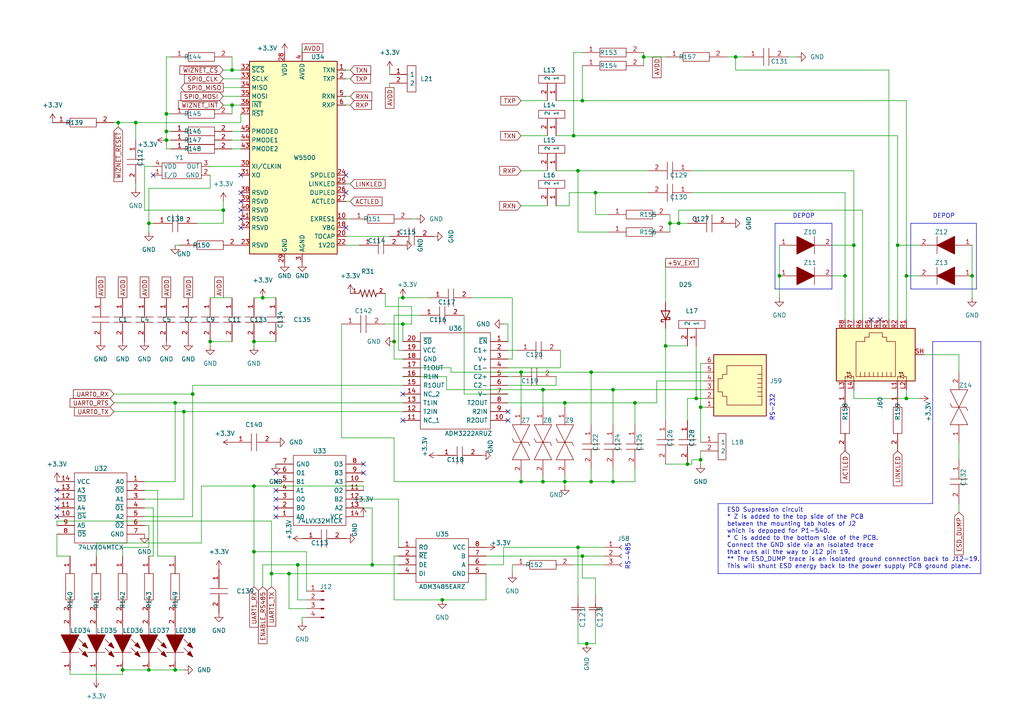
<source format=kicad_sch>
(kicad_sch (version 20230121) (generator eeschema)
  (paper "A4")
  (title_block (title "Communication") (date "2023-02-24") (company "OPA Foundation"))
  (junction (at 35.56 194.31))
  (junction (at 168.91 29.21))
  (junction (at 151.13 107.95))
  (junction (at 67.31 30.48))
  (junction (at 128.27 173.99))
  (junction (at 116.84 93.98))
  (junction (at 50.8 194.31))
  (junction (at 167.64 49.53))
  (junction (at 245.11 80.01))
  (junction (at 186.69 16.51))
  (junction (at 48.26 40.64))
  (junction (at 55.88 114.3))
  (junction (at 78.74 166.37))
  (junction (at 83.82 166.37))
  (junction (at 172.72 55.88))
  (junction (at 43.18 194.31))
  (junction (at 201.93 115.57))
  (junction (at 116.84 86.36))
  (junction (at 262.89 80.01))
  (junction (at 281.94 80.01))
  (junction (at 168.91 161.29))
  (junction (at 50.8 116.84))
  (junction (at 114.3 99.06))
  (junction (at 64.77 60.96))
  (junction (at 171.45 139.7))
  (junction (at 86.36 163.83))
  (junction (at 43.18 64.77))
  (junction (at 193.04 100.33))
  (junction (at 34.29 35.56))
  (junction (at 48.26 38.1))
  (junction (at 163.83 116.84))
  (junction (at 226.06 80.01))
  (junction (at 151.13 139.7))
  (junction (at 39.37 35.56))
  (junction (at 166.37 39.37))
  (junction (at 262.89 115.57))
  (junction (at 53.34 119.38))
  (junction (at 67.31 20.32))
  (junction (at 170.18 186.69))
  (junction (at 260.35 71.12))
  (junction (at 73.66 99.06))
  (junction (at 157.48 139.7))
  (junction (at 73.66 140.97))
  (junction (at 194.31 64.77))
  (junction (at 107.95 163.83))
  (junction (at 167.64 158.75))
  (junction (at 48.26 33.02))
  (junction (at 196.85 64.77))
  (junction (at 177.8 113.03))
  (junction (at 213.36 16.51))
  (junction (at 163.83 139.7))
  (junction (at 73.66 160.02))
  (junction (at 247.65 71.12))
  (junction (at 171.45 107.95))
  (junction (at 60.96 99.06))
  (junction (at 203.2 133.35))
  (junction (at 177.8 139.7))
  (junction (at 157.48 113.03))
  (junction (at 203.2 118.11))
  (junction (at 199.39 134.62))
  (junction (at 184.15 116.84))
  (junction (at 76.2 86.36))
  (no_connect (at 105.41 137.16))
  (no_connect (at 80.01 137.16))
  (no_connect (at 69.85 66.04))
  (no_connect (at 255.27 92.71))
  (no_connect (at 116.84 121.92))
  (no_connect (at 69.85 58.42))
  (no_connect (at 80.01 147.32))
  (no_connect (at 16.51 144.78))
  (no_connect (at 69.85 55.88))
  (no_connect (at 69.85 60.96))
  (no_connect (at 147.32 121.92))
  (no_connect (at 69.85 63.5))
  (no_connect (at 105.41 134.62))
  (no_connect (at 80.01 142.24))
  (no_connect (at 252.73 92.71))
  (no_connect (at 100.33 55.88))
  (no_connect (at 116.84 114.3))
  (no_connect (at 69.85 50.8))
  (no_connect (at 147.32 119.38))
  (no_connect (at 80.01 149.86))
  (no_connect (at 100.33 50.8))
  (no_connect (at 80.01 139.7))
  (no_connect (at 44.45 50.8))
  (no_connect (at 16.51 142.24))
  (no_connect (at 16.51 149.86))
  (no_connect (at 80.01 144.78))
  (no_connect (at 100.33 66.04))
  (no_connect (at 16.51 147.32))
  (polyline (pts (xy 264.16 83.82) (xy 283.21 83.82)))
  (wire (pts (xy 226.06 71.12) (xy 226.06 80.01)))
  (wire (pts (xy 184.15 116.84) (xy 184.15 123.19)))
  (wire (pts (xy 200.66 134.62) (xy 200.66 133.35)))
  (wire (pts (xy 121.92 91.44) (xy 114.3 91.44)))
  (wire (pts (xy 57.15 64.77) (xy 64.77 64.77)))
  (wire (pts (xy 43.18 161.29) (xy 44.45 161.29)))
  (wire (pts (xy 34.29 35.56) (xy 34.29 36.83)))
  (wire (pts (xy 172.72 180.34) (xy 172.72 186.69)))
  (wire (pts (xy 151.13 59.69) (xy 158.75 59.69)))
  (polyline (pts (xy 224.79 64.77) (xy 241.3 64.77)))
  (wire (pts (xy 172.72 167.64) (xy 172.72 172.72)))
  (wire (pts (xy 260.35 39.37) (xy 166.37 39.37)))
  (wire (pts (xy 116.84 86.36) (xy 124.46 86.36)))
  (wire (pts (xy 204.47 105.41) (xy 203.2 105.41)))
  (wire (pts (xy 50.8 194.31) (xy 53.34 194.31)))
  (wire (pts (xy 148.59 104.14) (xy 147.32 104.14)))
  (wire (pts (xy 88.9 160.02) (xy 73.66 160.02)))
  (wire (pts (xy 157.48 139.7) (xy 163.83 139.7)))
  (wire (pts (xy 175.26 158.75) (xy 167.64 158.75)))
  (wire (pts (xy 119.38 63.5) (xy 120.65 63.5)))
  (wire (pts (xy 100.33 30.48) (xy 101.6 30.48)))
  (wire (pts (xy 48.26 38.1) (xy 48.26 40.64)))
  (wire (pts (xy 99.06 127) (xy 114.3 127)))
  (wire (pts (xy 213.36 20.32) (xy 213.36 16.51)))
  (wire (pts (xy 115.57 101.6) (xy 115.57 86.36)))
  (wire (pts (xy 35.56 195.58) (xy 35.56 194.31)))
  (wire (pts (xy 64.77 27.94) (xy 69.85 27.94)))
  (wire (pts (xy 176.53 67.31) (xy 167.64 67.31)))
  (wire (pts (xy 151.13 107.95) (xy 151.13 118.11)))
  (wire (pts (xy 69.85 33.02) (xy 69.85 35.56)))
  (wire (pts (xy 73.66 99.06) (xy 80.01 99.06)))
  (wire (pts (xy 69.85 30.48) (xy 67.31 30.48)))
  (wire (pts (xy 27.94 157.48) (xy 58.42 157.48)))
  (wire (pts (xy 241.3 71.12) (xy 247.65 71.12)))
  (wire (pts (xy 128.27 173.99) (xy 140.97 173.99)))
  (wire (pts (xy 161.29 109.22) (xy 161.29 111.76)))
  (wire (pts (xy 100.33 58.42) (xy 101.6 58.42)))
  (wire (pts (xy 168.91 15.24) (xy 166.37 15.24)))
  (wire (pts (xy 167.64 49.53) (xy 167.64 67.31)))
  (wire (pts (xy 16.51 154.94) (xy 16.51 161.29)))
  (wire (pts (xy 60.96 86.36) (xy 67.31 86.36)))
  (wire (pts (xy 78.74 151.13) (xy 78.74 166.37)))
  (wire (pts (xy 50.8 161.29) (xy 45.72 161.29)))
  (wire (pts (xy 60.96 48.26) (xy 69.85 48.26)))
  (wire (pts (xy 167.64 49.53) (xy 187.96 49.53)))
  (wire (pts (xy 203.2 133.35) (xy 203.2 134.62)))
  (wire (pts (xy 250.19 92.71) (xy 250.19 60.96)))
  (wire (pts (xy 67.31 38.1) (xy 69.85 38.1)))
  (wire (pts (xy 50.8 116.84) (xy 50.8 139.7)))
  (wire (pts (xy 115.57 161.29) (xy 114.3 161.29)))
  (wire (pts (xy 140.97 161.29) (xy 168.91 161.29)))
  (wire (pts (xy 278.13 102.87) (xy 267.97 102.87)))
  (wire (pts (xy 41.91 144.78) (xy 53.34 144.78)))
  (wire (pts (xy 105.41 147.32) (xy 107.95 147.32)))
  (wire (pts (xy 111.76 88.9) (xy 119.38 88.9)))
  (wire (pts (xy 49.53 33.02) (xy 48.26 33.02)))
  (wire (pts (xy 55.88 114.3) (xy 55.88 111.76)))
  (polyline (pts (xy 208.28 146.05) (xy 270.51 146.05)))
  (wire (pts (xy 193.04 100.33) (xy 199.39 100.33)))
  (wire (pts (xy 67.31 20.32) (xy 67.31 16.51)))
  (wire (pts (xy 129.54 113.03) (xy 129.54 109.22)))
  (wire (pts (xy 55.88 111.76) (xy 116.84 111.76)))
  (wire (pts (xy 162.56 101.6) (xy 162.56 106.68)))
  (wire (pts (xy 130.81 107.95) (xy 130.81 106.68)))
  (wire (pts (xy 43.18 54.61) (xy 43.18 64.77)))
  (wire (pts (xy 194.31 67.31) (xy 194.31 64.77)))
  (wire (pts (xy 163.83 139.7) (xy 171.45 139.7)))
  (wire (pts (xy 43.18 194.31) (xy 50.8 194.31)))
  (wire (pts (xy 199.39 115.57) (xy 201.93 115.57)))
  (wire (pts (xy 196.85 60.96) (xy 196.85 64.77)))
  (wire (pts (xy 151.13 138.43) (xy 151.13 139.7)))
  (wire (pts (xy 177.8 139.7) (xy 184.15 139.7)))
  (polyline (pts (xy 270.51 146.05) (xy 270.51 99.06)))
  (wire (pts (xy 250.19 60.96) (xy 196.85 60.96)))
  (wire (pts (xy 177.8 113.03) (xy 204.47 113.03)))
  (wire (pts (xy 44.45 48.26) (xy 41.91 48.26)))
  (wire (pts (xy 116.84 116.84) (xy 50.8 116.84)))
  (wire (pts (xy 60.96 99.06) (xy 67.31 99.06)))
  (wire (pts (xy 76.2 163.83) (xy 76.2 170.18)))
  (wire (pts (xy 27.94 157.48) (xy 27.94 161.29)))
  (wire (pts (xy 134.62 91.44) (xy 134.62 114.3)))
  (wire (pts (xy 35.56 194.31) (xy 43.18 194.31)))
  (wire (pts (xy 67.31 43.18) (xy 69.85 43.18)))
  (polyline (pts (xy 241.3 83.82) (xy 241.3 64.77)))
  (wire (pts (xy 166.37 163.83) (xy 175.26 163.83)))
  (wire (pts (xy 165.1 59.69) (xy 161.29 59.69)))
  (wire (pts (xy 187.96 55.88) (xy 172.72 55.88)))
  (wire (pts (xy 204.47 115.57) (xy 201.93 115.57)))
  (wire (pts (xy 115.57 163.83) (xy 107.95 163.83)))
  (wire (pts (xy 201.93 100.33) (xy 201.93 115.57)))
  (wire (pts (xy 48.26 16.51) (xy 48.26 33.02)))
  (wire (pts (xy 278.13 128.27) (xy 278.13 133.35)))
  (wire (pts (xy 172.72 62.23) (xy 176.53 62.23)))
  (wire (pts (xy 41.91 60.96) (xy 64.77 60.96)))
  (wire (pts (xy 147.32 93.98) (xy 147.32 99.06)))
  (wire (pts (xy 83.82 176.53) (xy 83.82 166.37)))
  (wire (pts (xy 16.51 161.29) (xy 20.32 161.29)))
  (wire (pts (xy 278.13 107.95) (xy 278.13 102.87)))
  (wire (pts (xy 148.59 86.36) (xy 148.59 104.14)))
  (wire (pts (xy 49.53 40.64) (xy 48.26 40.64)))
  (wire (pts (xy 50.8 139.7) (xy 41.91 139.7)))
  (wire (pts (xy 204.47 110.49) (xy 190.5 110.49)))
  (wire (pts (xy 194.31 64.77) (xy 194.31 62.23)))
  (wire (pts (xy 116.84 93.98) (xy 111.76 93.98)))
  (wire (pts (xy 262.89 80.01) (xy 262.89 29.21)))
  (wire (pts (xy 48.26 33.02) (xy 48.26 38.1)))
  (wire (pts (xy 245.11 80.01) (xy 245.11 55.88)))
  (wire (pts (xy 88.9 176.53) (xy 83.82 176.53)))
  (wire (pts (xy 199.39 121.92) (xy 199.39 115.57)))
  (wire (pts (xy 203.2 118.11) (xy 203.2 128.27)))
  (wire (pts (xy 114.3 127) (xy 114.3 139.7)))
  (wire (pts (xy 41.91 48.26) (xy 41.91 60.96)))
  (wire (pts (xy 147.32 109.22) (xy 148.59 109.22)))
  (wire (pts (xy 83.82 166.37) (xy 115.57 166.37)))
  (wire (pts (xy 147.32 116.84) (xy 163.83 116.84)))
  (wire (pts (xy 260.35 71.12) (xy 260.35 39.37)))
  (wire (pts (xy 100.33 22.86) (xy 101.6 22.86)))
  (wire (pts (xy 87.63 13.97) (xy 87.63 15.24)))
  (wire (pts (xy 119.38 93.98) (xy 116.84 93.98)))
  (wire (pts (xy 88.9 173.99) (xy 86.36 173.99)))
  (wire (pts (xy 78.74 166.37) (xy 83.82 166.37)))
  (polyline (pts (xy 270.51 99.06) (xy 284.48 99.06)))
  (wire (pts (xy 39.37 35.56) (xy 39.37 40.64)))
  (wire (pts (xy 184.15 116.84) (xy 190.5 116.84)))
  (wire (pts (xy 73.66 99.06) (xy 73.66 100.33)))
  (wire (pts (xy 257.81 20.32) (xy 213.36 20.32)))
  (wire (pts (xy 129.54 109.22) (xy 116.84 109.22)))
  (wire (pts (xy 186.69 16.51) (xy 193.04 16.51)))
  (wire (pts (xy 76.2 86.36) (xy 80.01 86.36)))
  (wire (pts (xy 49.53 43.18) (xy 48.26 43.18)))
  (wire (pts (xy 115.57 86.36) (xy 116.84 86.36)))
  (wire (pts (xy 162.56 106.68) (xy 147.32 106.68)))
  (wire (pts (xy 171.45 135.89) (xy 171.45 139.7)))
  (wire (pts (xy 260.35 92.71) (xy 260.35 71.12)))
  (wire (pts (xy 228.6 16.51) (xy 231.14 16.51)))
  (wire (pts (xy 87.63 180.34) (xy 87.63 179.07)))
  (wire (pts (xy 245.11 55.88) (xy 200.66 55.88)))
  (wire (pts (xy 64.77 60.96) (xy 64.77 64.77)))
  (wire (pts (xy 78.74 166.37) (xy 78.74 170.18)))
  (wire (pts (xy 39.37 53.34) (xy 39.37 54.61)))
  (wire (pts (xy 33.02 119.38) (xy 53.34 119.38)))
  (wire (pts (xy 87.63 179.07) (xy 88.9 179.07)))
  (wire (pts (xy 73.66 86.36) (xy 76.2 86.36)))
  (wire (pts (xy 157.48 113.03) (xy 177.8 113.03)))
  (wire (pts (xy 151.13 49.53) (xy 158.75 49.53)))
  (wire (pts (xy 34.29 35.56) (xy 39.37 35.56)))
  (wire (pts (xy 134.62 114.3) (xy 147.32 114.3)))
  (wire (pts (xy 199.39 134.62) (xy 200.66 134.62)))
  (wire (pts (xy 20.32 195.58) (xy 20.32 194.31)))
  (wire (pts (xy 111.76 85.09) (xy 111.76 88.9)))
  (wire (pts (xy 44.45 161.29) (xy 44.45 147.32)))
  (wire (pts (xy 266.7 115.57) (xy 262.89 115.57)))
  (wire (pts (xy 60.96 100.33) (xy 60.96 99.06)))
  (polyline (pts (xy 264.16 64.77) (xy 283.21 64.77)))
  (polyline (pts (xy 224.79 83.82) (xy 241.3 83.82)))
  (wire (pts (xy 245.11 80.01) (xy 245.11 92.71)))
  (wire (pts (xy 33.02 35.56) (xy 34.29 35.56)))
  (wire (pts (xy 35.56 158.75) (xy 43.18 158.75)))
  (wire (pts (xy 114.3 161.29) (xy 114.3 173.99)))
  (wire (pts (xy 151.13 39.37) (xy 158.75 39.37)))
  (polyline (pts (xy 284.48 99.06) (xy 284.48 166.37)))
  (wire (pts (xy 60.96 50.8) (xy 60.96 54.61)))
  (wire (pts (xy 64.77 30.48) (xy 67.31 30.48)))
  (wire (pts (xy 20.32 195.58) (xy 35.56 195.58)))
  (wire (pts (xy 113.03 20.32) (xy 113.03 21.59)))
  (wire (pts (xy 99.06 93.98) (xy 99.06 127)))
  (wire (pts (xy 168.91 167.64) (xy 172.72 167.64)))
  (wire (pts (xy 172.72 55.88) (xy 172.72 62.23)))
  (wire (pts (xy 193.04 95.25) (xy 193.04 100.33)))
  (wire (pts (xy 247.65 49.53) (xy 247.65 71.12)))
  (wire (pts (xy 146.05 158.75) (xy 146.05 163.83)))
  (wire (pts (xy 213.36 16.51) (xy 215.9 16.51)))
  (wire (pts (xy 100.33 68.58) (xy 113.03 68.58)))
  (wire (pts (xy 171.45 139.7) (xy 177.8 139.7)))
  (wire (pts (xy 247.65 71.12) (xy 247.65 92.71)))
  (wire (pts (xy 64.77 58.42) (xy 64.77 60.96)))
  (wire (pts (xy 16.51 151.13) (xy 16.51 152.4)))
  (wire (pts (xy 281.94 80.01) (xy 281.94 86.36)))
  (wire (pts (xy 161.29 111.76) (xy 147.32 111.76)))
  (wire (pts (xy 262.89 92.71) (xy 262.89 80.01)))
  (wire (pts (xy 44.45 147.32) (xy 41.91 147.32)))
  (wire (pts (xy 116.84 119.38) (xy 53.34 119.38)))
  (polyline (pts (xy 264.16 64.77) (xy 264.16 83.82)))
  (wire (pts (xy 163.83 139.7) (xy 163.83 140.97)))
  (wire (pts (xy 163.83 138.43) (xy 163.83 139.7)))
  (wire (pts (xy 281.94 71.12) (xy 281.94 80.01)))
  (wire (pts (xy 64.77 20.32) (xy 67.31 20.32)))
  (wire (pts (xy 157.48 113.03) (xy 157.48 118.11)))
  (wire (pts (xy 100.33 27.94) (xy 101.6 27.94)))
  (polyline (pts (xy 224.79 64.77) (xy 224.79 83.82)))
  (wire (pts (xy 278.13 146.05) (xy 278.13 148.59)))
  (wire (pts (xy 48.26 40.64) (xy 48.26 43.18)))
  (wire (pts (xy 165.1 55.88) (xy 165.1 59.69)))
  (wire (pts (xy 247.65 115.57) (xy 262.89 115.57)))
  (wire (pts (xy 107.95 147.32) (xy 107.95 163.83)))
  (wire (pts (xy 166.37 39.37) (xy 161.29 39.37)))
  (wire (pts (xy 113.03 24.13) (xy 113.03 25.4)))
  (wire (pts (xy 157.48 138.43) (xy 157.48 139.7)))
  (wire (pts (xy 27.94 194.31) (xy 27.94 196.85)))
  (wire (pts (xy 33.02 116.84) (xy 50.8 116.84)))
  (wire (pts (xy 16.51 151.13) (xy 78.74 151.13)))
  (wire (pts (xy 247.65 49.53) (xy 200.66 49.53)))
  (wire (pts (xy 64.77 22.86) (xy 69.85 22.86)))
  (wire (pts (xy 257.81 92.71) (xy 257.81 20.32)))
  (wire (pts (xy 193.04 134.62) (xy 199.39 134.62)))
  (wire (pts (xy 260.35 71.12) (xy 266.7 71.12)))
  (wire (pts (xy 86.36 163.83) (xy 107.95 163.83)))
  (wire (pts (xy 151.13 107.95) (xy 171.45 107.95)))
  (wire (pts (xy 67.31 30.48) (xy 67.31 33.02)))
  (wire (pts (xy 73.66 140.97) (xy 73.66 160.02)))
  (wire (pts (xy 35.56 161.29) (xy 35.56 158.75)))
  (wire (pts (xy 100.33 20.32) (xy 101.6 20.32)))
  (wire (pts (xy 88.9 171.45) (xy 88.9 160.02)))
  (wire (pts (xy 116.84 99.06) (xy 116.84 93.98)))
  (wire (pts (xy 210.82 16.51) (xy 213.36 16.51)))
  (wire (pts (xy 146.05 93.98) (xy 147.32 93.98)))
  (wire (pts (xy 262.89 115.57) (xy 262.89 113.03)))
  (polyline (pts (xy 283.21 83.82) (xy 283.21 64.77)))
  (wire (pts (xy 163.83 116.84) (xy 163.83 118.11)))
  (wire (pts (xy 100.33 71.12) (xy 104.14 71.12)))
  (wire (pts (xy 45.72 161.29) (xy 45.72 142.24)))
  (wire (pts (xy 67.31 40.64) (xy 69.85 40.64)))
  (wire (pts (xy 53.34 119.38) (xy 53.34 144.78)))
  (wire (pts (xy 172.72 186.69) (xy 170.18 186.69)))
  (wire (pts (xy 49.53 16.51) (xy 48.26 16.51)))
  (wire (pts (xy 196.85 64.77) (xy 199.39 64.77)))
  (wire (pts (xy 137.16 86.36) (xy 148.59 86.36)))
  (wire (pts (xy 86.36 173.99) (xy 86.36 163.83)))
  (wire (pts (xy 114.3 91.44) (xy 114.3 99.06)))
  (wire (pts (xy 114.3 99.06) (xy 114.3 104.14)))
  (wire (pts (xy 101.6 63.5) (xy 100.33 63.5)))
  (wire (pts (xy 161.29 49.53) (xy 167.64 49.53)))
  (wire (pts (xy 114.3 139.7) (xy 151.13 139.7)))
  (wire (pts (xy 168.91 161.29) (xy 175.26 161.29)))
  (wire (pts (xy 105.41 140.97) (xy 105.41 142.24)))
  (wire (pts (xy 203.2 105.41) (xy 203.2 118.11)))
  (wire (pts (xy 105.41 144.78) (xy 115.57 144.78)))
  (wire (pts (xy 151.13 29.21) (xy 158.75 29.21)))
  (wire (pts (xy 43.18 64.77) (xy 44.45 64.77)))
  (wire (pts (xy 129.54 113.03) (xy 157.48 113.03)))
  (wire (pts (xy 33.02 114.3) (xy 55.88 114.3)))
  (wire (pts (xy 149.86 101.6) (xy 147.32 101.6)))
  (wire (pts (xy 167.64 180.34) (xy 167.64 186.69)))
  (wire (pts (xy 177.8 113.03) (xy 177.8 123.19)))
  (wire (pts (xy 262.89 80.01) (xy 266.7 80.01)))
  (wire (pts (xy 119.38 88.9) (xy 119.38 93.98)))
  (wire (pts (xy 39.37 35.56) (xy 69.85 35.56)))
  (wire (pts (xy 73.66 140.97) (xy 105.41 140.97)))
  (wire (pts (xy 200.66 133.35) (xy 203.2 133.35)))
  (wire (pts (xy 116.84 101.6) (xy 115.57 101.6)))
  (wire (pts (xy 114.3 173.99) (xy 128.27 173.99)))
  (wire (pts (xy 58.42 140.97) (xy 73.66 140.97)))
  (wire (pts (xy 226.06 80.01) (xy 226.06 86.36)))
  (wire (pts (xy 148.59 163.83) (xy 148.59 166.37)))
  (wire (pts (xy 43.18 67.31) (xy 43.18 64.77)))
  (wire (pts (xy 171.45 107.95) (xy 171.45 123.19)))
  (wire (pts (xy 163.83 116.84) (xy 184.15 116.84)))
  (wire (pts (xy 50.8 71.12) (xy 52.07 71.12)))
  (wire (pts (xy 172.72 55.88) (xy 165.1 55.88)))
  (wire (pts (xy 151.13 139.7) (xy 157.48 139.7)))
  (polyline (pts (xy 208.28 166.37) (xy 284.48 166.37)))
  (wire (pts (xy 43.18 152.4) (xy 41.91 152.4)))
  (wire (pts (xy 114.3 104.14) (xy 116.84 104.14)))
  (wire (pts (xy 193.04 76.2) (xy 193.04 87.63)))
  (wire (pts (xy 203.2 118.11) (xy 204.47 118.11)))
  (wire (pts (xy 190.5 110.49) (xy 190.5 116.84)))
  (wire (pts (xy 262.89 29.21) (xy 168.91 29.21)))
  (wire (pts (xy 115.57 158.75) (xy 115.57 144.78)))
  (wire (pts (xy 130.81 106.68) (xy 116.84 106.68)))
  (wire (pts (xy 203.2 130.81) (xy 203.2 133.35)))
  (wire (pts (xy 43.18 158.75) (xy 43.18 152.4)))
  (wire (pts (xy 69.85 20.32) (xy 67.31 20.32)))
  (wire (pts (xy 140.97 173.99) (xy 140.97 166.37)))
  (wire (pts (xy 60.96 54.61) (xy 43.18 54.61)))
  (wire (pts (xy 194.31 64.77) (xy 196.85 64.77)))
  (wire (pts (xy 168.91 29.21) (xy 161.29 29.21)))
  (wire (pts (xy 241.3 80.01) (xy 245.11 80.01)))
  (wire (pts (xy 167.64 158.75) (xy 146.05 158.75)))
  (wire (pts (xy 184.15 135.89) (xy 184.15 139.7)))
  (polyline (pts (xy 208.28 166.37) (xy 208.28 146.05)))
  (wire (pts (xy 49.53 38.1) (xy 48.26 38.1)))
  (wire (pts (xy 100.33 53.34) (xy 101.6 53.34)))
  (wire (pts (xy 45.72 142.24) (xy 41.91 142.24)))
  (wire (pts (xy 58.42 140.97) (xy 58.42 157.48)))
  (wire (pts (xy 64.77 25.4) (xy 69.85 25.4)))
  (wire (pts (xy 186.69 16.51) (xy 186.69 19.05)))
  (wire (pts (xy 130.81 107.95) (xy 151.13 107.95)))
  (wire (pts (xy 186.69 15.24) (xy 186.69 16.51)))
  (wire (pts (xy 55.88 149.86) (xy 55.88 114.3)))
  (wire (pts (xy 193.04 100.33) (xy 193.04 121.92)))
  (wire (pts (xy 168.91 161.29) (xy 168.91 167.64)))
  (wire (pts (xy 41.91 149.86) (xy 55.88 149.86)))
  (wire (pts (xy 177.8 135.89) (xy 177.8 139.7)))
  (wire (pts (xy 247.65 113.03) (xy 247.65 115.57)))
  (wire (pts (xy 171.45 107.95) (xy 204.47 107.95)))
  (wire (pts (xy 73.66 160.02) (xy 73.66 170.18)))
  (wire (pts (xy 146.05 163.83) (xy 140.97 163.83)))
  (wire (pts (xy 76.2 163.83) (xy 86.36 163.83)))
  (wire (pts (xy 166.37 15.24) (xy 166.37 39.37)))
  (wire (pts (xy 167.64 158.75) (xy 167.64 172.72)))
  (wire (pts (xy 168.91 19.05) (xy 168.91 29.21)))
  (wire (pts (xy 170.18 186.69) (xy 167.64 186.69)))
  (text "RS-485\n" (at 182.88 157.48 90) (effects (font (size 1.27 1.27)) (justify right bottom)))
  (text "RS-232\n" (at 224.79 114.3 90) (effects (font (size 1.27 1.27)) (justify right bottom)))
  (text "DEPOP\n" (at 229.87 63.5 0) (effects (font (size 1.27 1.27)) (justify left bottom)))
  (text "ESD Supression circuit\n* Z is added to the top side of the PCB\nbetween the mounting tab holes of J2\nwhich is depoped for P1-540.\n* C is added to the bottom side of the PCB.\nConnect the GND side via an isolated trace\nthat runs all the way to J12 pin 19.\n** The ESD_DUMP trace is an isolated ground connection back to J12-19.\nThis will shunt ESD energy back to the power supply PCB ground plane.\n" (at 210.82 165.1 0) (effects (font (size 1.27 1.27)) (justify left bottom)))
  (text "DEPOP\n" (at 270.51 63.5 0) (effects (font (size 1.27 1.27)) (justify left bottom)))
  (global_label "AVDD" (shape passive) (at 35.56 86.36 90) (property "Intersheetrefs" "${INTERSHEET_REFS}" (effects hide)))
  (global_label "ESD_DUMP" (shape input) (at 278.13 148.59 270) (property "Intersheetrefs" "${INTERSHEET_REFS}" (effects hide)))
  (global_label "LINKLED" (shape input) (at 260.35 130.81 270) (property "Intersheetrefs" "${INTERSHEET_REFS}" (effects hide)))
  (global_label "UART1_RX" (shape input) (at 73.66 170.18 270) (property "Intersheetrefs" "${INTERSHEET_REFS}" (effects hide)))
  (global_label "SPI0_MOSI" (shape input) (at 64.77 27.94 180) (property "Intersheetrefs" "${INTERSHEET_REFS}" (effects hide)))
  (global_label "UART0_RX" (shape input) (at 33.02 114.3 180) (property "Intersheetrefs" "${INTERSHEET_REFS}" (effects hide)))
  (global_label "AVDD" (shape passive) (at 190.5 16.51 270) (property "Intersheetrefs" "${INTERSHEET_REFS}" (effects hide)))
  (global_label "~{WIZNET_RESET}" (shape input) (at 34.29 36.83 270) (property "Intersheetrefs" "${INTERSHEET_REFS}" (effects hide)))
  (global_label "LINKLED" (shape input) (at 101.6 53.34 0) (property "Intersheetrefs" "${INTERSHEET_REFS}" (effects hide)))
  (global_label "AVDD" (shape passive) (at 54.61 86.36 90) (property "Intersheetrefs" "${INTERSHEET_REFS}" (effects hide)))
  (global_label "UART0_TX" (shape input) (at 33.02 119.38 180) (property "Intersheetrefs" "${INTERSHEET_REFS}" (effects hide)))
  (global_label "ACTLED" (shape input) (at 245.11 130.81 270) (property "Intersheetrefs" "${INTERSHEET_REFS}" (effects hide)))
  (global_label "AVDD" (shape passive) (at 48.26 86.36 90) (property "Intersheetrefs" "${INTERSHEET_REFS}" (effects hide)))
  (global_label "AVDD" (shape passive) (at 41.91 86.36 90) (property "Intersheetrefs" "${INTERSHEET_REFS}" (effects hide)))
  (global_label "RXP" (shape input) (at 101.6 30.48 0) (property "Intersheetrefs" "${INTERSHEET_REFS}" (effects hide)))
  (global_label "~{WIZNET_CS}" (shape input) (at 64.77 20.32 180) (property "Intersheetrefs" "${INTERSHEET_REFS}" (effects hide)))
  (global_label "AVDD" (shape passive) (at 63.5 86.36 90) (property "Intersheetrefs" "${INTERSHEET_REFS}" (effects hide)))
  (global_label "RXN" (shape input) (at 101.6 27.94 0) (property "Intersheetrefs" "${INTERSHEET_REFS}" (effects hide)))
  (global_label "AVDD" (shape passive) (at 87.63 13.97 0) (property "Intersheetrefs" "${INTERSHEET_REFS}" (effects hide)))
  (global_label "ENABLE_RS485" (shape input) (at 76.2 170.18 270) (property "Intersheetrefs" "${INTERSHEET_REFS}" (effects hide)))
  (global_label "TXN" (shape input) (at 101.6 20.32 0) (property "Intersheetrefs" "${INTERSHEET_REFS}" (effects hide)))
  (global_label "ACTLED" (shape input) (at 101.6 58.42 0) (property "Intersheetrefs" "${INTERSHEET_REFS}" (effects hide)))
  (global_label "+5V_EXT" (shape passive) (at 193.04 76.2 0) (property "Intersheetrefs" "${INTERSHEET_REFS}" (effects hide)))
  (global_label "TXP" (shape input) (at 101.6 22.86 0) (property "Intersheetrefs" "${INTERSHEET_REFS}" (effects hide)))
  (global_label "AVDD" (shape passive) (at 113.03 25.4 270) (property "Intersheetrefs" "${INTERSHEET_REFS}" (effects hide)))
  (global_label "RXN" (shape input) (at 151.13 59.69 180) (property "Intersheetrefs" "${INTERSHEET_REFS}" (effects hide)))
  (global_label "SPI0_MISO" (shape output) (at 64.77 25.4 180) (property "Intersheetrefs" "${INTERSHEET_REFS}" (effects hide)))
  (global_label "SPI0_CLK" (shape input) (at 64.77 22.86 180) (property "Intersheetrefs" "${INTERSHEET_REFS}" (effects hide)))
  (global_label "UART1_TX" (shape input) (at 78.74 170.18 270) (property "Intersheetrefs" "${INTERSHEET_REFS}" (effects hide)))
  (global_label "RXP" (shape input) (at 151.13 49.53 180) (property "Intersheetrefs" "${INTERSHEET_REFS}" (effects hide)))
  (global_label "AVDD" (shape passive) (at 29.21 86.36 90) (property "Intersheetrefs" "${INTERSHEET_REFS}" (effects hide)))
  (global_label "TXN" (shape input) (at 151.13 39.37 180) (property "Intersheetrefs" "${INTERSHEET_REFS}" (effects hide)))
  (global_label "UART0_RTS" (shape input) (at 33.02 116.84 180) (property "Intersheetrefs" "${INTERSHEET_REFS}" (effects hide)))
  (global_label "TXP" (shape input) (at 151.13 29.21 180) (property "Intersheetrefs" "${INTERSHEET_REFS}" (effects hide)))
  (global_label "~{WIZNET_INT}" (shape input) (at 64.77 30.48 180) (property "Intersheetrefs" "${INTERSHEET_REFS}" (effects hide)))
  (symbol (lib_id "0603ESDA2-TR2:0603ESDA2-TR2") (at 266.7 71.12 0) (unit 1)
    (property "Reference" "Z12" (at 273.05 67.31 0))
    (property "Value" "0603ESDA2-TR2" (effects hide))
    (property "Footprint" "footprints:DIONC1608X70N" (effects hide))
    (property "Datasheet" "https://componentsearchengine.com/Datasheets/2/0603ESDA2-TR2.pdf" (effects hide))
    (property "Description" "BUSSMANN BY EATON - 0603ESDA2-TR2 - DIODE, ESD PROTECTION, 60V, 0.1PF" (effects hide))
    (property "Height" "0.7" (effects hide))
    (property "Manufacturer_Name" "Eaton" (effects hide))
    (property "Manufacturer_Part_Number" "0603ESDA2-TR2" (effects hide))
    (property "Mouser Part Number" "504-0603ESDA2-TR2" (effects hide))
    (property "Mouser Price/Stock" "https://www.mouser.co.uk/ProductDetail/Bussmann-Eaton/0603ESDA2-TR2?qs=OdWnH1D7XgFy7zsH2a9rug%3D%3D" (effects hide))
    (property "Arrow Part Number" "0603ESDA2-TR2" (effects hide))
    (property "Arrow Price/Stock" "https://www.arrow.com/en/products/0603esda2-tr2/eaton?region=nac" (effects hide))
  )
  (symbol (lib_id "ERJ-3EKF49R9V:ERJ-3EKF49R9V") (at 168.91 15.24 0) (mirror x) (unit 1)
    (property "Reference" "R153" (at 176.53 15.24 0))
    (property "Value" "ERJ-3EKF49R9V" (effects hide))
    (property "Footprint" "Resistor_SMD:R_0603_1608Metric" (effects hide))
    (property "Datasheet" "https://industrial.panasonic.com/cdbs/www-data/pdf/RDA0000/AOA0000C304.pdf" (effects hide))
    (property "Description" "Thick Film Resistors - SMD 0603 49.9ohms 1% Tol" (effects hide))
    (property "Height" "0.55" (effects hide))
    (property "Manufacturer_Name" "Panasonic" (effects hide))
    (property "Manufacturer_Part_Number" "ERJ-3EKF49R9V" (effects hide))
    (property "Mouser Part Number" "667-ERJ-3EKF49R9V" (effects hide))
    (property "Mouser Price/Stock" "https://www.mouser.co.uk/ProductDetail/Panasonic/ERJ-3EKF49R9V?qs=66DK8nO8gJAfrBB1c2WenA%3D%3D" (effects hide))
    (property "Arrow Part Number" "ERJ-3EKF49R9V" (effects hide))
    (property "Arrow Price/Stock" "https://www.arrow.com/en/products/erj-3ekf49r9v/panasonic?region=nac" (effects hide))
  )
  (symbol (lib_id "BLM18PG330SN1D:BLM18PG330SN1D") (at 161.29 59.69 270) (mirror x) (unit 1)
    (property "Reference" "L16" (at 157.48 50.8 90) (effects (justify left)))
    (property "Value" "BLM18PG330SN1D" (effects hide))
    (property "Footprint" "footprints:BLM18AG102BH1D" (effects hide))
    (property "Datasheet" "https://www.murata.com/en-us/products/productdetail?partno=BLM18PG330SN1%23" (effects hide))
    (property "Description" "BLM18_N1D Series EMI Suppression Filter 33+/-25% at 100MHz 3A @85" (effects hide))
    (property "Height" "0.95" (effects hide))
    (property "Manufacturer_Name" "Murata Electronics" (effects hide))
    (property "Manufacturer_Part_Number" "BLM18PG330SN1D" (effects hide))
    (property "Mouser Part Number" "81-BLM18PG330SN1D" (effects hide))
    (property "Mouser Price/Stock" "https://www.mouser.co.uk/ProductDetail/Murata-Electronics/BLM18PG330SN1D?qs=4Avc3lXqH4bdltMAIp8Scg%3D%3D" (effects hide))
    (property "Arrow Part Number" "BLM18PG330SN1D" (effects hide))
    (property "Arrow Price/Stock" "https://www.arrow.com/en/products/blm18pg330sn1d/murata-manufacturing?region=nac" (effects hide))
  )
  (symbol (lib_id "power:GND") (at 203.2 134.62 0) (unit 1)
    (property "Reference" "#PWR0184" (effects hide))
    (property "Value" "GND" (at 203.2 139.7 0))
  )
  (symbol (lib_id "C1005X7R1E103K050BB:C1005X7R1E103K050BB") (at 104.14 71.12 0) (unit 1)
    (property "Reference" "C114" (at 106.68 69.85 0) (effects (justify left)))
    (property "Value" "C1005X7R1E103K050BB" (effects hide))
    (property "Footprint" "Capacitor_SMD:C_0402_1005Metric" (effects hide))
    (property "Datasheet" "https://product.tdk.com/system/files/dam/doc/product/capacitor/ceramic/mlcc/catalog/mlcc_commercial_general_en.pdf" (effects hide))
    (property "Description" "MULTILAYER CERAMIC CHIP CAPACITORS, 1005, Commercial grade, general (Up to 75V)" (effects hide))
    (property "Height" "0.55" (effects hide))
    (property "Manufacturer_Name" "TDK" (effects hide))
    (property "Manufacturer_Part_Number" "C1005X7R1E103K050BB" (effects hide))
    (property "Mouser Part Number" "810-C1005X7R1E103K" (effects hide))
    (property "Mouser Price/Stock" "https://www.mouser.co.uk/ProductDetail/TDK/C1005X7R1E103K050BB?qs=NRhsANhppD8434p4mMcNYg%3D%3D" (effects hide))
    (property "Arrow Part Number" "C1005X7R1E103K050BB" (effects hide))
    (property "Arrow Price/Stock" "https://www.arrow.com/en/products/c1005x7r1e103k050bb/tdk?region=nac" (effects hide))
  )
  (symbol (lib_id "power:GND") (at 73.66 100.33 0) (unit 1)
    (property "Reference" "#PWR0195" (effects hide))
    (property "Value" "GND" (at 73.66 105.41 0))
  )
  (symbol (lib_id "GRM155R71H104KE14D:GRM155R71H104KE14D") (at 60.96 86.36 270) (unit 1)
    (property "Reference" "C11" (at 66.04 92.7099 90) (effects (justify left)))
    (property "Value" "GRM155R71H104KE14D" (effects hide))
    (property "Footprint" "Capacitor_SMD:C_0402_1005Metric" (effects hide))
    (property "Datasheet" "https://datasheet.datasheetarchive.com/originals/distributors/DKDS-10/191322.pdf" (effects hide))
    (property "Description" "Multilayer Ceramic Capacitors MLCC - SMD/SMT 0402 0.1uF 50volts X7R 10%" (effects hide))
    (property "Height" "0.55" (effects hide))
    (property "Manufacturer_Name" "Murata Electronics" (effects hide))
    (property "Manufacturer_Part_Number" "GRM155R71H104KE14D" (effects hide))
    (property "Mouser Part Number" "81-GRM155R71H104KE4D" (effects hide))
    (property "Mouser Price/Stock" "https://www.mouser.co.uk/ProductDetail/Murata-Electronics/GRM155R71H104KE14D?qs=2UZY3JfgLCy9gG9icKV9Yg%3D%3D" (effects hide))
    (property "Arrow Part Number" "GRM155R71H104KE14D" (effects hide))
    (property "Arrow Price/Stock" "https://www.arrow.com/en/products/grm155r71h104ke14d/murata-manufacturing?region=nac" (effects hide))
  )
  (symbol (lib_id "power:+3.3V") (at 67.31 128.27 90) (unit 1)
    (property "Reference" "#PWR0201" (effects hide))
    (property "Value" "+3.3V" (at 62.23 125.73 90) (effects (justify right)))
  )
  (symbol (lib_id "power:GND") (at 281.94 86.36 0) (unit 1)
    (property "Reference" "#PWR0189" (effects hide))
    (property "Value" "GND" (at 281.94 91.44 0))
  )
  (symbol (lib_id "HT-191:HT-191NB-YYYY") (at 27.94 194.31 270) (mirror x) (unit 1)
    (property "Reference" "LED35" (at 27.94 182.88 90) (effects (justify left)))
    (property "Value" "HSMG-C680" (effects hide))
    (property "Footprint" "footprints:LEDC1608X60N" (effects hide))
    (property "Datasheet" "https://datasheet.octopart.com/HT-191TW-Harvatek-datasheet-11745710.pdf" (effects hide))
    (property "Description" "Top-emitting 0603 (1608) HT-191 Series" (effects hide))
    (property "Height" "0.6" (effects hide))
    (property "Manufacturer_Name" "Harvatek" (effects hide))
    (property "Manufacturer_Part_Number" "HSMG-C680" (effects hide))
  )
  (symbol (lib_id "power:+3.3V") (at 16.51 139.7 0) (unit 1)
    (property "Reference" "#PWR0223" (effects hide))
    (property "Value" "+3.3V" (at 16.51 134.62 0))
  )
  (symbol (lib_id "RC0402FR-0710KL:RC0402FR-0710KL") (at 49.53 40.64 0) (unit 1)
    (property "Reference" "R147" (at 55.88 40.64 0))
    (property "Value" "RC0402FR-0710KL" (effects hide))
    (property "Footprint" "Resistor_SMD:R_0402_1005Metric_Pad0.72x0.64mm_HandSolder" (effects hide))
    (property "Datasheet" "https://datasheet.datasheetarchive.com/originals/distributors/Datasheets_SAMA/902f9e387b938f871d31120f5fc1d65e.pdf" (effects hide))
    (property "Description" "YAGEO (PHYCOMP) - RC0402FR-0710KL. - RES, THICK FILM, 10K, 1%, 0.0625W, 0402" (effects hide))
    (property "Height" "0.4" (effects hide))
    (property "Manufacturer_Name" "KEMET" (effects hide))
    (property "Manufacturer_Part_Number" "RC0402FR-0710KL" (effects hide))
    (property "Mouser Part Number" "603-RC0402FR-0710KL" (effects hide))
    (property "Mouser Price/Stock" "https://www.mouser.co.uk/ProductDetail/YAGEO/RC0402FR-0710KL?qs=I1mnnYJTTsxUoNwrUsQExA%3D%3D" (effects hide))
    (property "Arrow Part Number" "RC0402FR-0710KL" (effects hide))
    (property "Arrow Price/Stock" "https://www.arrow.com/en/products/rc0402fr-0710kl/yageo?region=europe" (effects hide))
  )
  (symbol (lib_id "RK73H1ETTP10R0F:RK73H1ETTP10R0F") (at 193.04 16.51 0) (unit 1)
    (property "Reference" "R157" (at 199.39 16.51 0))
    (property "Value" "RK73H1ETTP10R0F" (effects hide))
    (property "Footprint" "Resistor_SMD:R_0402_1005Metric_Pad0.72x0.64mm_HandSolder" (effects hide))
    (property "Datasheet" "http://www.koaspeer.com/catimages/Products/RK73-RT/RK73-RT.pdf" (effects hide))
    (property "Description" "Thick Film Resistors - SMD 1/16watts 10ohms 1%" (effects hide))
    (property "Height" "0.4" (effects hide))
    (property "Manufacturer_Name" "KOA Speer" (effects hide))
    (property "Manufacturer_Part_Number" "RK73H1ETTP10R0F" (effects hide))
    (property "Mouser Part Number" "660-RK73H1ETTP10R0F" (effects hide))
    (property "Mouser Price/Stock" "https://www.mouser.co.uk/ProductDetail/KOA-Speer/RK73H1ETTP10R0F/?qs=b1MjUb3%252BcaWwtWTJWJOcxQ%3D%3D" (effects hide))
    (property "Arrow Part Number" "RK73H1ETTP10R0F" (effects hide))
    (property "Arrow Price/Stock" "https://www.arrow.com/en/products/rk73h1ettp10r0f/koa-speer-electronics" (effects hide))
  )
  (symbol (lib_id "power:GND") (at 116.84 71.12 90) (unit 1)
    (property "Reference" "#PWR0173" (effects hide))
    (property "Value" "GND" (at 121.92 71.12 0))
  )
  (symbol (lib_id "power:+3.3V") (at 63.5 165.1 0) (unit 1)
    (property "Reference" "#PWR0198" (effects hide))
    (property "Value" "+3.3V" (at 63.5 160.02 0))
  )
  (symbol (lib_id "0603ZD105KAT2A:0603ZD105KAT2A") (at 99.06 93.98 0) (unit 1)
    (property "Reference" "C142" (at 105.41 90.17 0))
    (property "Value" "0603ZD105KAT2A" (effects hide))
    (property "Footprint" "Capacitor_SMD:C_0603_1608Metric" (effects hide))
    (property "Datasheet" "http://datasheets.avx.com/cx5r.pdf" (effects hide))
    (property "Description" "AVX 1uF  /-10% 10 V dc X5R Dielectric SMD Ceramic Multilayer Capacitor 0603" (effects hide))
    (property "Height" "0.9" (effects hide))
    (property "Manufacturer_Name" "AVX" (effects hide))
    (property "Manufacturer_Part_Number" "0603ZD105KAT2A" (effects hide))
    (property "Mouser Part Number" "581-0603ZD105K" (effects hide))
    (property "Mouser Price/Stock" "https://www.mouser.co.uk/ProductDetail/AVX/0603ZD105KAT2A?qs=9PmLU43%252BWwW9M7%2FQGmdczg%3D%3D" (effects hide))
    (property "Arrow Part Number" "0603ZD105KAT2A" (effects hide))
    (property "Arrow Price/Stock" "https://www.arrow.com/en/products/0603zd105kat2a/avx" (effects hide))
  )
  (symbol (lib_id "RC0402FR-0710KL:RC0402FR-0710KL") (at 49.53 16.51 0) (unit 1)
    (property "Reference" "R144" (at 55.88 16.51 0))
    (property "Value" "RC0402FR-0710KL" (effects hide))
    (property "Footprint" "Resistor_SMD:R_0402_1005Metric_Pad0.72x0.64mm_HandSolder" (effects hide))
    (property "Datasheet" "https://datasheet.datasheetarchive.com/originals/distributors/Datasheets_SAMA/902f9e387b938f871d31120f5fc1d65e.pdf" (effects hide))
    (property "Description" "YAGEO (PHYCOMP) - RC0402FR-0710KL. - RES, THICK FILM, 10K, 1%, 0.0625W, 0402" (effects hide))
    (property "Height" "0.4" (effects hide))
    (property "Manufacturer_Name" "KEMET" (effects hide))
    (property "Manufacturer_Part_Number" "RC0402FR-0710KL" (effects hide))
    (property "Mouser Part Number" "603-RC0402FR-0710KL" (effects hide))
    (property "Mouser Price/Stock" "https://www.mouser.co.uk/ProductDetail/YAGEO/RC0402FR-0710KL?qs=I1mnnYJTTsxUoNwrUsQExA%3D%3D" (effects hide))
    (property "Arrow Part Number" "RC0402FR-0710KL" (effects hide))
    (property "Arrow Price/Stock" "https://www.arrow.com/en/products/rc0402fr-0710kl/yageo?region=europe" (effects hide))
  )
  (symbol (lib_id "GRM155R71H104KE14D:GRM155R71H104KE14D") (at 54.61 86.36 270) (unit 1)
    (property "Reference" "C9" (at 59.69 92.7099 90) (effects (justify left)))
    (property "Value" "GRM155R71H104KE14D" (effects hide))
    (property "Footprint" "Capacitor_SMD:C_0402_1005Metric" (effects hide))
    (property "Datasheet" "https://datasheet.datasheetarchive.com/originals/distributors/DKDS-10/191322.pdf" (effects hide))
    (property "Description" "Multilayer Ceramic Capacitors MLCC - SMD/SMT 0402 0.1uF 50volts X7R 10%" (effects hide))
    (property "Height" "0.55" (effects hide))
    (property "Manufacturer_Name" "Murata Electronics" (effects hide))
    (property "Manufacturer_Part_Number" "GRM155R71H104KE14D" (effects hide))
    (property "Mouser Part Number" "81-GRM155R71H104KE4D" (effects hide))
    (property "Mouser Price/Stock" "https://www.mouser.co.uk/ProductDetail/Murata-Electronics/GRM155R71H104KE14D?qs=2UZY3JfgLCy9gG9icKV9Yg%3D%3D" (effects hide))
    (property "Arrow Part Number" "GRM155R71H104KE14D" (effects hide))
    (property "Arrow Price/Stock" "https://www.arrow.com/en/products/grm155r71h104ke14d/murata-manufacturing?region=nac" (effects hide))
  )
  (symbol (lib_id "C1005X7R1E103K050BB:C1005X7R1E103K050BB") (at 44.45 64.77 0) (unit 1)
    (property "Reference" "C138" (at 50.8 63.5 0))
    (property "Value" "C1005X7R1E103K050BB" (effects hide))
    (property "Footprint" "Capacitor_SMD:C_0402_1005Metric" (effects hide))
    (property "Datasheet" "https://product.tdk.com/system/files/dam/doc/product/capacitor/ceramic/mlcc/catalog/mlcc_commercial_general_en.pdf" (effects hide))
    (property "Description" "MULTILAYER CERAMIC CHIP CAPACITORS, 1005, Commercial grade, general (Up to 75V)" (effects hide))
    (property "Height" "0.55" (effects hide))
    (property "Manufacturer_Name" "TDK" (effects hide))
    (property "Manufacturer_Part_Number" "C1005X7R1E103K050BB" (effects hide))
    (property "Mouser Part Number" "810-C1005X7R1E103K" (effects hide))
    (property "Mouser Price/Stock" "https://www.mouser.co.uk/ProductDetail/TDK/C1005X7R1E103K050BB?qs=NRhsANhppD8434p4mMcNYg%3D%3D" (effects hide))
    (property "Arrow Part Number" "C1005X7R1E103K050BB" (effects hide))
    (property "Arrow Price/Stock" "https://www.arrow.com/en/products/c1005x7r1e103k050bb/tdk?region=nac" (effects hide))
  )
  (symbol (lib_id "ADM3222ARUZ:ADM3222ARUZ") (at 147.32 99.06 0) (mirror y) (unit 1)
    (property "Reference" "U36" (at 132.08 95.25 0))
    (property "Value" "ADM3222ARUZ" (at 135.89 125.73 0))
    (property "Footprint" "footprints:SOP65P640X120-20N" (effects hide))
    (property "Datasheet" "http://componentsearchengine.com/Datasheets/1/ADM3222ARUZ.pdf" (effects hide))
    (property "Description" "Analog Devices ADM3222ARUZ, Line Transceiver, EIA/TIA-232-E, RS-232, V.28 2-TX 2-RX 2-TRX, 3.3 V, 20-Pin TSSOP" (effects hide))
    (property "Height" "1.2" (effects hide))
    (property "Manufacturer_Name" "Analog Devices" (effects hide))
    (property "Manufacturer_Part_Number" "ADM3222ARUZ" (effects hide))
    (property "Mouser Part Number" "584-ADM3222ARUZ" (effects hide))
    (property "Mouser Price/Stock" "https://www.mouser.co.uk/ProductDetail/Analog-Devices/ADM3222ARUZ?qs=BpaRKvA4VqGXDi%2FCbAjUTQ%3D%3D" (effects hide))
    (property "Arrow Part Number" "ADM3222ARUZ" (effects hide))
    (property "Arrow Price/Stock" "https://www.arrow.com/en/products/adm3222aruz/analog-devices?region=nac" (effects hide))
  )
  (symbol (lib_id "power:GND") (at 125.73 68.58 90) (unit 1)
    (property "Reference" "#PWR0175" (effects hide))
    (property "Value" "GND" (at 130.81 68.58 0))
  )
  (symbol (lib_id "power:GND") (at 50.8 71.12 0) (unit 1)
    (property "Reference" "#PWR0164" (effects hide))
    (property "Value" "GND" (at 53.34 73.66 0))
  )
  (symbol (lib_id "power:GND") (at 41.91 99.06 0) (unit 1)
    (property "Reference" "#PWR060" (effects hide))
    (property "Value" "GND" (at 41.91 104.14 0))
  )
  (symbol (lib_id "1SMA10CAT3G:1SMA10CAT3G") (at 163.83 118.11 90) (mirror x) (unit 1)
    (property "Reference" "Z9" (at 163.83 121.92 90) (effects (justify right)))
    (property "Value" "SMAJ10CA" (effects hide))
    (property "Footprint" "footprints:DIONM5226X256N" (effects hide))
    (property "Datasheet" "https://datasheet.datasheetarchive.com/originals/distributors/Datasheets-24/DSA-461306.pdf" (effects hide))
    (property "Description" "400 W, BIDIRECTIONAL, SILICON, TVS DIODE" (effects hide))
    (property "Height" "2.56" (effects hide))
    (property "Manufacturer_Name" "onsemi" (effects hide))
    (property "Manufacturer_Part_Number" "SMAJ10CA" (effects hide))
  )
  (symbol (lib_id "0603ESDA2-TR2:0603ESDA2-TR2") (at 266.7 80.01 0) (unit 1)
    (property "Reference" "Z13" (at 273.05 76.2 0))
    (property "Value" "0603ESDA2-TR2" (effects hide))
    (property "Footprint" "footprints:DIONC1608X70N" (effects hide))
    (property "Datasheet" "https://componentsearchengine.com/Datasheets/2/0603ESDA2-TR2.pdf" (effects hide))
    (property "Description" "BUSSMANN BY EATON - 0603ESDA2-TR2 - DIODE, ESD PROTECTION, 60V, 0.1PF" (effects hide))
    (property "Height" "0.7" (effects hide))
    (property "Manufacturer_Name" "Eaton" (effects hide))
    (property "Manufacturer_Part_Number" "0603ESDA2-TR2" (effects hide))
    (property "Mouser Part Number" "504-0603ESDA2-TR2" (effects hide))
    (property "Mouser Price/Stock" "https://www.mouser.co.uk/ProductDetail/Bussmann-Eaton/0603ESDA2-TR2?qs=OdWnH1D7XgFy7zsH2a9rug%3D%3D" (effects hide))
    (property "Arrow Part Number" "0603ESDA2-TR2" (effects hide))
    (property "Arrow Price/Stock" "https://www.arrow.com/en/products/0603esda2-tr2/eaton?region=nac" (effects hide))
  )
  (symbol (lib_id "GRM1552C1H470JZ01C:GRM1552C1H470JZ01C") (at 177.8 123.19 270) (unit 1)
    (property "Reference" "C124" (at 179.07 125.73 0) (effects (justify left)))
    (property "Value" "CL10C470JB8NNNC" (effects hide))
    (property "Footprint" "Capacitor_SMD:C_0402_1005Metric" (effects hide))
    (property "Description" "Multilayer Ceramic Capacitors MLCC - SMD/SMT" (effects hide))
    (property "Height" "0.55" (effects hide))
    (property "Manufacturer_Name" "Murata Electronics" (effects hide))
    (property "Manufacturer_Part_Number" "GRM1552C1H470JZ01C" (effects hide))
    (property "Mouser Part Number" "N/A" (effects hide))
    (property "Mouser Price/Stock" "https://www.mouser.co.uk/ProductDetail/Murata-Electronics/GRM1552C1H470JZ01C?qs=UOvNgVTuGCr1py1GlMnpYQ%3D%3D" (effects hide))
  )
  (symbol (lib_id "74LVX32M:74LVX32M") (at 80.01 149.86 0) (mirror x) (unit 1)
    (property "Reference" "U33" (at 92.71 130.81 0))
    (property "Value" "74LVX32MTCX" (at 92.71 151.13 0))
    (property "Footprint" "footprints:SOIC127P600X175-14N" (effects hide))
    (property "Description" "Low Voltage Quad 2-Input OR Gate" (effects hide))
    (property "Manufacturer_Name" "onsemi" (effects hide))
    (property "Manufacturer_Part_Number" "74LVX32M" (effects hide))
    (property "Mouser Part Number" "512-74LVX32M" (effects hide))
    (property "Mouser Price/Stock" "https://www.mouser.co.uk/ProductDetail/ON-Semiconductor-Fairchild/74LVX32M/?qs=9QHlZzIagUaT%2FN4IZX0jJA%3D%3D" (effects hide))
  )
  (symbol (lib_id "RC0603JR-07100RL:RC0603JR-07100RL") (at 27.94 161.29 270) (unit 1)
    (property "Reference" "R141" (at 27.94 171.45 0) (effects (justify left)))
    (property "Value" "RC0603JR-07100RL" (effects hide))
    (property "Footprint" "Resistor_SMD:R_0603_1608Metric" (effects hide))
    (property "Datasheet" "https://datasheet.datasheetarchive.com/originals/distributors/Datasheets_SAMA/902f9e387b938f871d31120f5fc1d65e.pdf" (effects hide))
    (property "Description" "YAGEO - RC0603JR-07100RL - RES, 100R, 5%, 0.1W, 0603, THICK FILM" (effects hide))
    (property "Height" "0.55" (effects hide))
    (property "Manufacturer_Name" "KEMET" (effects hide))
    (property "Manufacturer_Part_Number" "RC0603JR-07100RL" (effects hide))
    (property "Mouser Part Number" "603-RC0603JR-07100RL" (effects hide))
    (property "Mouser Price/Stock" "https://www.mouser.co.uk/ProductDetail/YAGEO/RC0603JR-07100RL?qs=2cAdsCoAWRFalYQxwnszBA%3D%3D" (effects hide))
    (property "Arrow Part Number" "RC0603JR-07100RL" (effects hide))
    (property "Arrow Price/Stock" "https://www.arrow.com/en/products/rc0603jr-07100rl/yageo?region=europe" (effects hide))
  )
  (symbol (lib_id "GRM188R61A106KE69J:GRM188R61A106KE69J") (at 73.66 86.36 270) (unit 1)
    (property "Reference" "C134" (at 81.28 92.71 0))
    (property "Value" "GRM188R61A106KE69J" (effects hide))
    (property "Footprint" "Capacitor_SMD:C_0603_1608Metric" (effects hide))
    (property "Datasheet" "https://datasheet.datasheetarchive.com/originals/distributors/DKDS-10/191629.pdf" (effects hide))
    (property "Description" "Cap Ceramic 10uF 10V X5R 10% Pad SMD 0603 85C T/R" (effects hide))
    (property "Height" "0.9" (effects hide))
    (property "Manufacturer_Name" "Murata Electronics" (effects hide))
    (property "Manufacturer_Part_Number" "GRM188R61A106KE69J" (effects hide))
    (property "Mouser Part Number" "81-GRM188R61A106KE9J" (effects hide))
    (property "Mouser Price/Stock" "https://www.mouser.co.uk/ProductDetail/Murata-Electronics/GRM188R61A106KE69J?qs=QzBtWTOodeXymGnrlr72Ug%3D%3D" (effects hide))
    (property "Arrow Part Number" "GRM188R61A106KE69J" (effects hide))
    (property "Arrow Price/Stock" "https://www.arrow.com/en/products/grm188r61a106ke69j/murata-manufacturing" (effects hide))
  )
  (symbol (lib_id "Connector:Conn_01x04_Male") (at 93.98 173.99 0) (mirror y) (unit 1)
    (property "Reference" "J12" (at 92.71 170.18 0) (effects (justify right)))
    (property "Value" "PR20204VBNN" (effects hide))
    (property "Footprint" "Connector_PinHeader_2.54mm:PinHeader_1x04_P2.54mm_Vertical" (effects hide))
  )
  (symbol (lib_id "ERA-2AED331X:ERA-2AED331X") (at 245.11 113.03 270) (unit 1)
    (property "Reference" "R158" (at 245.11 119.38 0))
    (property "Value" "ERA-2AED331X" (effects hide))
    (property "Footprint" "Resistor_SMD:R_0402_1005Metric_Pad0.72x0.64mm_HandSolder" (effects hide))
    (property "Datasheet" "http://industrial.panasonic.com/cdbs/www-data/pdf/RDM0000/AOA0000C307.pdf" (effects hide))
    (property "Description" "Metal Thin Film Chip Resistor, 0402, 0.063W" (effects hide))
    (property "Height" "0.4" (effects hide))
    (property "Manufacturer_Name" "Panasonic" (effects hide))
    (property "Manufacturer_Part_Number" "ERA-2AED331X" (effects hide))
  )
  (symbol (lib_id "power:GND") (at 146.05 93.98 270) (mirror x) (unit 1)
    (property "Reference" "#PWR0180" (effects hide))
    (property "Value" "GND" (at 142.24 93.9799 90) (effects (justify right)))
  )
  (symbol (lib_id "ERJ-3EKF49R9V:ERJ-3EKF49R9V") (at 168.91 19.05 0) (mirror x) (unit 1)
    (property "Reference" "R154" (at 176.53 19.05 0))
    (property "Value" "ERJ-3EKF49R9V" (effects hide))
    (property "Footprint" "Resistor_SMD:R_0603_1608Metric" (effects hide))
    (property "Datasheet" "https://industrial.panasonic.com/cdbs/www-data/pdf/RDA0000/AOA0000C304.pdf" (effects hide))
    (property "Description" "Thick Film Resistors - SMD 0603 49.9ohms 1% Tol" (effects hide))
    (property "Height" "0.55" (effects hide))
    (property "Manufacturer_Name" "Panasonic" (effects hide))
    (property "Manufacturer_Part_Number" "ERJ-3EKF49R9V" (effects hide))
    (property "Mouser Part Number" "667-ERJ-3EKF49R9V" (effects hide))
    (property "Mouser Price/Stock" "https://www.mouser.co.uk/ProductDetail/Panasonic/ERJ-3EKF49R9V?qs=66DK8nO8gJAfrBB1c2WenA%3D%3D" (effects hide))
    (property "Arrow Part Number" "ERJ-3EKF49R9V" (effects hide))
    (property "Arrow Price/Stock" "https://www.arrow.com/en/products/erj-3ekf49r9v/panasonic?region=nac" (effects hide))
  )
  (symbol (lib_id "power:+3.3V") (at 113.03 20.32 0) (unit 1)
    (property "Reference" "#PWR0203" (effects hide))
    (property "Value" "+3.3V" (at 113.03 15.24 0))
  )
  (symbol (lib_id "power:GND") (at 163.83 140.97 0) (unit 1)
    (property "Reference" "#PWR0182" (effects hide))
    (property "Value" "GND" (at 161.29 143.51 0))
  )
  (symbol (lib_id "GRM1552C1H470JZ01C:GRM1552C1H470JZ01C") (at 171.45 123.19 270) (unit 1)
    (property "Reference" "C122" (at 172.72 125.73 0) (effects (justify left)))
    (property "Value" "CL10C470JB8NNNC" (effects hide))
    (property "Footprint" "Capacitor_SMD:C_0402_1005Metric" (effects hide))
    (property "Description" "Multilayer Ceramic Capacitors MLCC - SMD/SMT" (effects hide))
    (property "Height" "0.55" (effects hide))
    (property "Manufacturer_Name" "Murata Electronics" (effects hide))
    (property "Manufacturer_Part_Number" "GRM1552C1H470JZ01C" (effects hide))
    (property "Mouser Part Number" "N/A" (effects hide))
    (property "Mouser Price/Stock" "https://www.mouser.co.uk/ProductDetail/Murata-Electronics/GRM1552C1H470JZ01C?qs=UOvNgVTuGCr1py1GlMnpYQ%3D%3D" (effects hide))
  )
  (symbol (lib_id "RC0603JR-07100RL:RC0603JR-07100RL") (at 20.32 161.29 270) (unit 1)
    (property "Reference" "R140" (at 20.32 171.45 0) (effects (justify left)))
    (property "Value" "RC0603JR-07100RL" (effects hide))
    (property "Footprint" "Resistor_SMD:R_0603_1608Metric" (effects hide))
    (property "Datasheet" "https://datasheet.datasheetarchive.com/originals/distributors/Datasheets_SAMA/902f9e387b938f871d31120f5fc1d65e.pdf" (effects hide))
    (property "Description" "YAGEO - RC0603JR-07100RL - RES, 100R, 5%, 0.1W, 0603, THICK FILM" (effects hide))
    (property "Height" "0.55" (effects hide))
    (property "Manufacturer_Name" "KEMET" (effects hide))
    (property "Manufacturer_Part_Number" "RC0603JR-07100RL" (effects hide))
    (property "Mouser Part Number" "603-RC0603JR-07100RL" (effects hide))
    (property "Mouser Price/Stock" "https://www.mouser.co.uk/ProductDetail/YAGEO/RC0603JR-07100RL?qs=2cAdsCoAWRFalYQxwnszBA%3D%3D" (effects hide))
    (property "Arrow Part Number" "RC0603JR-07100RL" (effects hide))
    (property "Arrow Price/Stock" "https://www.arrow.com/en/products/rc0603jr-07100rl/yageo?region=europe" (effects hide))
  )
  (symbol (lib_id "RC0402FR-0710KL:RC0402FR-0710KL") (at 49.53 33.02 0) (unit 1)
    (property "Reference" "R145" (at 55.88 33.02 0))
    (property "Value" "RC0402FR-0710KL" (effects hide))
    (property "Footprint" "Resistor_SMD:R_0402_1005Metric_Pad0.72x0.64mm_HandSolder" (effects hide))
    (property "Datasheet" "https://datasheet.datasheetarchive.com/originals/distributors/Datasheets_SAMA/902f9e387b938f871d31120f5fc1d65e.pdf" (effects hide))
    (property "Description" "YAGEO (PHYCOMP) - RC0402FR-0710KL. - RES, THICK FILM, 10K, 1%, 0.0625W, 0402" (effects hide))
    (property "Height" "0.4" (effects hide))
    (property "Manufacturer_Name" "KEMET" (effects hide))
    (property "Manufacturer_Part_Number" "RC0402FR-0710KL" (effects hide))
    (property "Mouser Part Number" "603-RC0402FR-0710KL" (effects hide))
    (property "Mouser Price/Stock" "https://www.mouser.co.uk/ProductDetail/YAGEO/RC0402FR-0710KL?qs=I1mnnYJTTsxUoNwrUsQExA%3D%3D" (effects hide))
    (property "Arrow Part Number" "RC0402FR-0710KL" (effects hide))
    (property "Arrow Price/Stock" "https://www.arrow.com/en/products/rc0402fr-0710kl/yageo?region=europe" (effects hide))
  )
  (symbol (lib_id "power:GND") (at 128.27 173.99 0) (unit 1)
    (property "Reference" "#PWR0177" (effects hide))
    (property "Value" "GND" (at 128.27 179.07 0))
  )
  (symbol (lib_id "power:+3.3V") (at 82.55 15.24 0) (unit 1)
    (property "Reference" "#PWR0166" (effects hide))
    (property "Value" "+3.3V" (at 77.47 13.97 0))
  )
  (symbol (lib_id "power:GND") (at 100.33 156.21 90) (mirror x) (unit 1)
    (property "Reference" "#PWR0170" (effects hide))
    (property "Value" "GND" (at 102.87 153.67 0))
  )
  (symbol (lib_id "power:+3.3V") (at 64.77 58.42 0) (unit 1)
    (property "Reference" "#PWR0200" (effects hide))
    (property "Value" "+3.3V" (at 64.77 53.34 0))
  )
  (symbol (lib_id "power:GND") (at 80.01 134.62 0) (unit 1)
    (property "Reference" "#PWR0242" (effects hide))
    (property "Value" "GND" (at 80.01 139.7 0))
  )
  (symbol (lib_id "power:GND") (at 35.56 99.06 0) (unit 1)
    (property "Reference" "#PWR058" (effects hide))
    (property "Value" "GND" (at 35.56 104.14 0))
  )
  (symbol (lib_id "RC0402FR-0710KL:RC0402FR-0710KL") (at 49.53 38.1 0) (unit 1)
    (property "Reference" "R146" (at 55.88 38.1 0))
    (property "Value" "RC0402FR-0710KL" (effects hide))
    (property "Footprint" "Resistor_SMD:R_0402_1005Metric_Pad0.72x0.64mm_HandSolder" (effects hide))
    (property "Datasheet" "https://datasheet.datasheetarchive.com/originals/distributors/Datasheets_SAMA/902f9e387b938f871d31120f5fc1d65e.pdf" (effects hide))
    (property "Description" "YAGEO (PHYCOMP) - RC0402FR-0710KL. - RES, THICK FILM, 10K, 1%, 0.0625W, 0402" (effects hide))
    (property "Height" "0.4" (effects hide))
    (property "Manufacturer_Name" "KEMET" (effects hide))
    (property "Manufacturer_Part_Number" "RC0402FR-0710KL" (effects hide))
    (property "Mouser Part Number" "603-RC0402FR-0710KL" (effects hide))
    (property "Mouser Price/Stock" "https://www.mouser.co.uk/ProductDetail/YAGEO/RC0402FR-0710KL?qs=I1mnnYJTTsxUoNwrUsQExA%3D%3D" (effects hide))
    (property "Arrow Part Number" "RC0402FR-0710KL" (effects hide))
    (property "Arrow Price/Stock" "https://www.arrow.com/en/products/rc0402fr-0710kl/yageo?region=europe" (effects hide))
  )
  (symbol (lib_id "P6SMB6.8CA:P6SMB6.8CA") (at 278.13 128.27 270) (mirror x) (unit 1)
    (property "Reference" "Z14" (at 278.13 111.76 90) (effects (justify left)))
    (property "Value" "P6SMB6.8CA" (effects hide))
    (property "Footprint" "footprints:DIONM5436X261N" (effects hide))
    (property "Datasheet" "https://componentsearchengine.com/Datasheets/2/P6SMB6.8CA.pdf" (effects hide))
    (property "Description" "Littelfuse P6SMB6.8CA, Bi-Directional TVS Diode, 600W, 2-Pin DO-214AA" (effects hide))
    (property "Height" "2.61" (effects hide))
    (property "Manufacturer_Name" "LITTELFUSE" (effects hide))
    (property "Manufacturer_Part_Number" "P6SMB6.8CA" (effects hide))
    (property "Mouser Part Number" "576-P6SMB6.8CA" (effects hide))
    (property "Mouser Price/Stock" "https://www.mouser.co.uk/ProductDetail/Littelfuse/P6SMB6.8CA?qs=3K5NeMAIBDkbaiJnSI65Ag%3D%3D" (effects hide))
    (property "Arrow Part Number" "P6SMB6.8CA" (effects hide))
    (property "Arrow Price/Stock" "https://www.arrow.com/en/products/p6smb6.8ca/littelfuse?region=europe" (effects hide))
  )
  (symbol (lib_id "0603ESDA2-TR2:0603ESDA2-TR2") (at 241.3 71.12 0) (mirror y) (unit 1)
    (property "Reference" "Z10" (at 234.95 67.31 0))
    (property "Value" "0603ESDA2-TR2" (effects hide))
    (property "Footprint" "footprints:DIONC1608X70N" (effects hide))
    (property "Datasheet" "https://componentsearchengine.com/Datasheets/2/0603ESDA2-TR2.pdf" (effects hide))
    (property "Description" "BUSSMANN BY EATON - 0603ESDA2-TR2 - DIODE, ESD PROTECTION, 60V, 0.1PF" (effects hide))
    (property "Height" "0.7" (effects hide))
    (property "Manufacturer_Name" "Eaton" (effects hide))
    (property "Manufacturer_Part_Number" "0603ESDA2-TR2" (effects hide))
    (property "Mouser Part Number" "504-0603ESDA2-TR2" (effects hide))
    (property "Mouser Price/Stock" "https://www.mouser.co.uk/ProductDetail/Bussmann-Eaton/0603ESDA2-TR2?qs=OdWnH1D7XgFy7zsH2a9rug%3D%3D" (effects hide))
    (property "Arrow Part Number" "0603ESDA2-TR2" (effects hide))
    (property "Arrow Price/Stock" "https://www.arrow.com/en/products/0603esda2-tr2/eaton?region=nac" (effects hide))
  )
  (symbol (lib_id "1SMA10CAT3G:1SMA10CAT3G") (at 157.48 118.11 90) (mirror x) (unit 1)
    (property "Reference" "Z8" (at 157.48 121.92 90) (effects (justify right)))
    (property "Value" "SMAJ10CA" (effects hide))
    (property "Footprint" "footprints:DIONM5226X256N" (effects hide))
    (property "Datasheet" "https://datasheet.datasheetarchive.com/originals/distributors/Datasheets-24/DSA-461306.pdf" (effects hide))
    (property "Description" "400 W, BIDIRECTIONAL, SILICON, TVS DIODE" (effects hide))
    (property "Height" "2.56" (effects hide))
    (property "Manufacturer_Name" "onsemi" (effects hide))
    (property "Manufacturer_Part_Number" "SMAJ10CA" (effects hide))
  )
  (symbol (lib_id "GRM155R71H104KE14D:GRM155R71H104KE14D") (at 215.9 16.51 0) (mirror x) (unit 1)
    (property "Reference" "C131" (at 223.52 17.78 0) (effects (justify left)))
    (property "Value" "GRM155R71H104KE14D" (effects hide))
    (property "Footprint" "Capacitor_SMD:C_0402_1005Metric" (effects hide))
    (property "Datasheet" "https://datasheet.datasheetarchive.com/originals/distributors/DKDS-10/191322.pdf" (effects hide))
    (property "Description" "Multilayer Ceramic Capacitors MLCC - SMD/SMT 0402 0.1uF 50volts X7R 10%" (effects hide))
    (property "Height" "0.55" (effects hide))
    (property "Manufacturer_Name" "Murata Electronics" (effects hide))
    (property "Manufacturer_Part_Number" "GRM155R71H104KE14D" (effects hide))
    (property "Mouser Part Number" "81-GRM155R71H104KE4D" (effects hide))
    (property "Mouser Price/Stock" "https://www.mouser.co.uk/ProductDetail/Murata-Electronics/GRM155R71H104KE14D?qs=2UZY3JfgLCy9gG9icKV9Yg%3D%3D" (effects hide))
    (property "Arrow Part Number" "GRM155R71H104KE14D" (effects hide))
    (property "Arrow Price/Stock" "https://www.arrow.com/en/products/grm155r71h104ke14d/murata-manufacturing?region=nac" (effects hide))
  )
  (symbol (lib_id "GRM155R71H104KE14D:GRM155R71H104KE14D") (at 149.86 101.6 0) (mirror x) (unit 1)
    (property "Reference" "C120" (at 152.4 102.87 0) (effects (justify left)))
    (property "Value" "GRM155R71H104KE14D" (effects hide))
    (property "Footprint" "Capacitor_SMD:C_0402_1005Metric" (effects hide))
    (property "Datasheet" "https://datasheet.datasheetarchive.com/originals/distributors/DKDS-10/191322.pdf" (effects hide))
    (property "Description" "Multilayer Ceramic Capacitors MLCC - SMD/SMT 0402 0.1uF 50volts X7R 10%" (effects hide))
    (property "Height" "0.55" (effects hide))
    (property "Manufacturer_Name" "Murata Electronics" (effects hide))
    (property "Manufacturer_Part_Number" "GRM155R71H104KE14D" (effects hide))
    (property "Mouser Part Number" "81-GRM155R71H104KE4D" (effects hide))
    (property "Mouser Price/Stock" "https://www.mouser.co.uk/ProductDetail/Murata-Electronics/GRM155R71H104KE14D?qs=2UZY3JfgLCy9gG9icKV9Yg%3D%3D" (effects hide))
    (property "Arrow Part Number" "GRM155R71H104KE14D" (effects hide))
    (property "Arrow Price/Stock" "https://www.arrow.com/en/products/grm155r71h104ke14d/murata-manufacturing?region=nac" (effects hide))
  )
  (symbol (lib_id "RC0603JR-070RL:RC0603JR-070RL") (at 148.59 163.83 0) (unit 1)
    (property "Reference" "R152" (at 154.94 163.83 0))
    (property "Value" "RC0603JR-070RL" (effects hide))
    (property "Footprint" "Resistor_SMD:R_0603_1608Metric" (effects hide))
    (property "Datasheet" "https://datasheet.datasheetarchive.com/originals/distributors/Datasheets_SAMA/902f9e387b938f871d31120f5fc1d65e.pdf" (effects hide))
    (property "Description" "YAGEO (PHYCOMP) - RC0603JR-070RL - RES, THICK FILM, 0R, 5%, 0.1W, 0603" (effects hide))
    (property "Height" "0.55" (effects hide))
    (property "Manufacturer_Name" "KEMET" (effects hide))
    (property "Manufacturer_Part_Number" "RC0603JR-070RL" (effects hide))
    (property "Mouser Part Number" "603-RC0603JR-070RL" (effects hide))
    (property "Mouser Price/Stock" "https://www.mouser.co.uk/ProductDetail/YAGEO/RC0603JR-070RL?qs=2cAdsCoAWRGWyPcuXgGiXQ%3D%3D" (effects hide))
  )
  (symbol (lib_id "Connector:6P6C") (at 214.63 113.03 0) (mirror y) (unit 1)
    (property "Reference" "J59" (at 223.266 110.4899 0) (effects (justify right)))
    (property "Value" "1705950-1" (effects hide))
    (property "Footprint" "Connector_RJ:RJ12_Amphenol_54601" (effects hide))
  )
  (symbol (lib_id "power:GND") (at 53.34 194.31 90) (unit 1)
    (property "Reference" "#PWR0165" (effects hide))
    (property "Value" "GND" (at 57.15 194.3099 90) (effects (justify right)))
  )
  (symbol (lib_id "GRM155R71H104KE14D:GRM155R71H104KE14D") (at 35.56 86.36 270) (unit 1)
    (property "Reference" "C4" (at 40.64 92.7099 90) (effects (justify left)))
    (property "Value" "GRM155R71H104KE14D" (effects hide))
    (property "Footprint" "Capacitor_SMD:C_0402_1005Metric" (effects hide))
    (property "Datasheet" "https://datasheet.datasheetarchive.com/originals/distributors/DKDS-10/191322.pdf" (effects hide))
    (property "Description" "Multilayer Ceramic Capacitors MLCC - SMD/SMT 0402 0.1uF 50volts X7R 10%" (effects hide))
    (property "Height" "0.55" (effects hide))
    (property "Manufacturer_Name" "Murata Electronics" (effects hide))
    (property "Manufacturer_Part_Number" "GRM155R71H104KE14D" (effects hide))
    (property "Mouser Part Number" "81-GRM155R71H104KE4D" (effects hide))
    (property "Mouser Price/Stock" "https://www.mouser.co.uk/ProductDetail/Murata-Electronics/GRM155R71H104KE14D?qs=2UZY3JfgLCy9gG9icKV9Yg%3D%3D" (effects hide))
    (property "Arrow Part Number" "GRM155R71H104KE14D" (effects hide))
    (property "Arrow Price/Stock" "https://www.arrow.com/en/products/grm155r71h104ke14d/murata-manufacturing?region=nac" (effects hide))
  )
  (symbol (lib_id "HT-191:HT-191NB-YYYY") (at 50.8 194.31 270) (mirror x) (unit 1)
    (property "Reference" "LED38" (at 50.8 182.88 90) (effects (justify left)))
    (property "Value" "HSMG-C680" (effects hide))
    (property "Footprint" "footprints:LEDC1608X60N" (effects hide))
    (property "Datasheet" "https://datasheet.octopart.com/HT-191TW-Harvatek-datasheet-11745710.pdf" (effects hide))
    (property "Description" "Top-emitting 0603 (1608) HT-191 Series" (effects hide))
    (property "Height" "0.6" (effects hide))
    (property "Manufacturer_Name" "Harvatek" (effects hide))
    (property "Manufacturer_Part_Number" "HSMG-C680" (effects hide))
  )
  (symbol (lib_id "BLM18BD221SN1D:BLM18BD221SN1D") (at 113.03 21.59 0) (unit 1)
    (property "Reference" "L21" (at 121.92 22.8599 0) (effects (justify left)))
    (property "Value" "BLM18BD221SN1D" (effects hide))
    (property "Footprint" "footprints:BLM18AG102BH1D" (effects hide))
    (property "Datasheet" "https://www.murata.com/en-us/products/productdetail?partno=BLM18BD221SN1%23" (effects hide))
    (property "Description" "BLM18_N1D Series EMI Suppression Filter 220+/-25% at 100MHz 250mA @85" (effects hide))
    (property "Height" "0.95" (effects hide))
    (property "Manufacturer_Name" "Murata Electronics" (effects hide))
    (property "Manufacturer_Part_Number" "BLM18BD221SN1D" (effects hide))
    (property "Mouser Part Number" "81-BLM18BD221SN1D" (effects hide))
    (property "Mouser Price/Stock" "https://www.mouser.com/Search/Refine.aspx?Keyword=81-BLM18BD221SN1D" (effects hide))
    (property "Arrow Part Number" "BLM18BD221SN1D" (effects hide))
    (property "Arrow Price/Stock" "https://www.arrow.com/en/products/blm18bd221sn1d/murata-manufacturing" (effects hide))
  )
  (symbol (lib_id "Connector:Conn_01x03_Female") (at 180.34 161.29 0) (unit 1)
    (property "Reference" "J58" (at 179.07 156.21 0) (effects (justify left)))
    (property "Value" "796644-3" (effects hide))
    (property "Footprint" "footprints:TE_796644-3" (effects hide))
  )
  (symbol (lib_id "power:+3.3V") (at 266.7 115.57 270) (unit 1)
    (property "Reference" "#PWR0188" (effects hide))
    (property "Value" "+3.3V" (at 269.24 119.38 0))
  )
  (symbol (lib_id "power:+3.3V") (at 105.41 149.86 0) (unit 1)
    (property "Reference" "#PWR0222" (effects hide))
    (property "Value" "+3.3V" (at 105.41 144.78 0))
  )
  (symbol (lib_id "RC0603JR-07100RL:RC0603JR-07100RL") (at 50.8 161.29 270) (unit 1)
    (property "Reference" "R149" (at 50.8 171.45 0) (effects (justify left)))
    (property "Value" "RC0603JR-07100RL" (effects hide))
    (property "Footprint" "Resistor_SMD:R_0603_1608Metric" (effects hide))
    (property "Datasheet" "https://datasheet.datasheetarchive.com/originals/distributors/Datasheets_SAMA/902f9e387b938f871d31120f5fc1d65e.pdf" (effects hide))
    (property "Description" "YAGEO - RC0603JR-07100RL - RES, 100R, 5%, 0.1W, 0603, THICK FILM" (effects hide))
    (property "Height" "0.55" (effects hide))
    (property "Manufacturer_Name" "KEMET" (effects hide))
    (property "Manufacturer_Part_Number" "RC0603JR-07100RL" (effects hide))
    (property "Mouser Part Number" "603-RC0603JR-07100RL" (effects hide))
    (property "Mouser Price/Stock" "https://www.mouser.co.uk/ProductDetail/YAGEO/RC0603JR-07100RL?qs=2cAdsCoAWRFalYQxwnszBA%3D%3D" (effects hide))
    (property "Arrow Part Number" "RC0603JR-07100RL" (effects hide))
    (property "Arrow Price/Stock" "https://www.arrow.com/en/products/rc0603jr-07100rl/yageo?region=europe" (effects hide))
  )
  (symbol (lib_id "BLM21PG600SN1D:BLM21PG600SN1D") (at 201.93 100.33 270) (mirror x) (unit 1)
    (property "Reference" "L17" (at 200.66 90.17 90))
    (property "Value" "BLM21PG600SN1D" (effects hide))
    (property "Footprint" "footprints:BLM21AG102BH1J" (effects hide))
    (property "Datasheet" "https://www.murata.com/en-us/products/productdetail?partno=BLM21PG600SN1%23" (effects hide))
    (property "Description" "Murata Ferrite Bead (Chip Ferrite Bead), 2 x 1.25 x 0.85mm (805), 60 impedance at 100 MHz" (effects hide))
    (property "Height" "1.05" (effects hide))
    (property "Manufacturer_Name" "Murata Electronics" (effects hide))
    (property "Manufacturer_Part_Number" "BLM21PG600SN1D" (effects hide))
    (property "Mouser Part Number" "81-BLM21P600S" (effects hide))
    (property "Mouser Price/Stock" "https://www.mouser.co.uk/ProductDetail/Murata-Electronics/BLM21PG600SN1D?qs=LbqjZSvnDswFXSg06XQ50A%3D%3D" (effects hide))
    (property "Arrow Part Number" "BLM21PG600SN1D" (effects hide))
    (property "Arrow Price/Stock" "https://www.arrow.com/en/products/blm21pg600sn1d/murata-manufacturing?region=europe" (effects hide))
  )
  (symbol (lib_id "power:GND") (at 87.63 180.34 0) (unit 1)
    (property "Reference" "#PWR0219" (effects hide))
    (property "Value" "GND" (at 87.63 185.42 0))
  )
  (symbol (lib_id "RC0402FR-0710KL:RC0402FR-0710KL") (at 15.24 35.56 0) (unit 1)
    (property "Reference" "R139" (at 21.59 35.56 0))
    (property "Value" "RC0402FR-0710KL" (effects hide))
    (property "Footprint" "Resistor_SMD:R_0402_1005Metric_Pad0.72x0.64mm_HandSolder" (effects hide))
    (property "Datasheet" "https://datasheet.datasheetarchive.com/originals/distributors/Datasheets_SAMA/902f9e387b938f871d31120f5fc1d65e.pdf" (effects hide))
    (property "Description" "YAGEO (PHYCOMP) - RC0402FR-0710KL. - RES, THICK FILM, 10K, 1%, 0.0625W, 0402" (effects hide))
    (property "Height" "0.4" (effects hide))
    (property "Manufacturer_Name" "KEMET" (effects hide))
    (property "Manufacturer_Part_Number" "RC0402FR-0710KL" (effects hide))
    (property "Mouser Part Number" "603-RC0402FR-0710KL" (effects hide))
    (property "Mouser Price/Stock" "https://www.mouser.co.uk/ProductDetail/YAGEO/RC0402FR-0710KL?qs=I1mnnYJTTsxUoNwrUsQExA%3D%3D" (effects hide))
    (property "Arrow Part Number" "RC0402FR-0710KL" (effects hide))
    (property "Arrow Price/Stock" "https://www.arrow.com/en/products/rc0402fr-0710kl/yageo?region=europe" (effects hide))
  )
  (symbol (lib_id "GRM155R71H104KE14D:GRM155R71H104KE14D") (at 63.5 165.1 270) (unit 1)
    (property "Reference" "C139" (at 68.58 171.4499 90) (effects (justify left)))
    (property "Value" "GRM155R71H104KE14D" (effects hide))
    (property "Footprint" "Capacitor_SMD:C_0402_1005Metric" (effects hide))
    (property "Datasheet" "https://datasheet.datasheetarchive.com/originals/distributors/DKDS-10/191322.pdf" (effects hide))
    (property "Description" "Multilayer Ceramic Capacitors MLCC - SMD/SMT 0402 0.1uF 50volts X7R 10%" (effects hide))
    (property "Height" "0.55" (effects hide))
    (property "Manufacturer_Name" "Murata Electronics" (effects hide))
    (property "Manufacturer_Part_Number" "GRM155R71H104KE14D" (effects hide))
    (property "Mouser Part Number" "81-GRM155R71H104KE4D" (effects hide))
    (property "Mouser Price/Stock" "https://www.mouser.co.uk/ProductDetail/Murata-Electronics/GRM155R71H104KE14D?qs=2UZY3JfgLCy9gG9icKV9Yg%3D%3D" (effects hide))
    (property "Arrow Part Number" "GRM155R71H104KE14D" (effects hide))
    (property "Arrow Price/Stock" "https://www.arrow.com/en/products/grm155r71h104ke14d/murata-manufacturing?region=nac" (effects hide))
  )
  (symbol (lib_id "GRM155R71H104KE14D:GRM155R71H104KE14D") (at 29.21 86.36 270) (unit 1)
    (property "Reference" "C1" (at 34.29 92.7099 90) (effects (justify left)))
    (property "Value" "GRM155R71H104KE14D" (effects hide))
    (property "Footprint" "Capacitor_SMD:C_0402_1005Metric" (effects hide))
    (property "Datasheet" "https://datasheet.datasheetarchive.com/originals/distributors/DKDS-10/191322.pdf" (effects hide))
    (property "Description" "Multilayer Ceramic Capacitors MLCC - SMD/SMT 0402 0.1uF 50volts X7R 10%" (effects hide))
    (property "Height" "0.55" (effects hide))
    (property "Manufacturer_Name" "Murata Electronics" (effects hide))
    (property "Manufacturer_Part_Number" "GRM155R71H104KE14D" (effects hide))
    (property "Mouser Part Number" "81-GRM155R71H104KE4D" (effects hide))
    (property "Mouser Price/Stock" "https://www.mouser.co.uk/ProductDetail/Murata-Electronics/GRM155R71H104KE14D?qs=2UZY3JfgLCy9gG9icKV9Yg%3D%3D" (effects hide))
    (property "Arrow Part Number" "GRM155R71H104KE14D" (effects hide))
    (property "Arrow Price/Stock" "https://www.arrow.com/en/products/grm155r71h104ke14d/murata-manufacturing?region=nac" (effects hide))
  )
  (symbol (lib_id "RC0402FR-0710KL:RC0402FR-0710KL") (at 49.53 43.18 0) (unit 1)
    (property "Reference" "R148" (at 55.88 43.18 0))
    (property "Value" "RC0402FR-0710KL" (effects hide))
    (property "Footprint" "Resistor_SMD:R_0402_1005Metric_Pad0.72x0.64mm_HandSolder" (effects hide))
    (property "Datasheet" "https://datasheet.datasheetarchive.com/originals/distributors/Datasheets_SAMA/902f9e387b938f871d31120f5fc1d65e.pdf" (effects hide))
    (property "Description" "YAGEO (PHYCOMP) - RC0402FR-0710KL. - RES, THICK FILM, 10K, 1%, 0.0625W, 0402" (effects hide))
    (property "Height" "0.4" (effects hide))
    (property "Manufacturer_Name" "KEMET" (effects hide))
    (property "Manufacturer_Part_Number" "RC0402FR-0710KL" (effects hide))
    (property "Mouser Part Number" "603-RC0402FR-0710KL" (effects hide))
    (property "Mouser Price/Stock" "https://www.mouser.co.uk/ProductDetail/YAGEO/RC0402FR-0710KL?qs=I1mnnYJTTsxUoNwrUsQExA%3D%3D" (effects hide))
    (property "Arrow Part Number" "RC0402FR-0710KL" (effects hide))
    (property "Arrow Price/Stock" "https://www.arrow.com/en/products/rc0402fr-0710kl/yageo?region=europe" (effects hide))
  )
  (symbol (lib_id "power:GND") (at 212.09 64.77 90) (unit 1)
    (property "Reference" "#PWR0185" (effects hide))
    (property "Value" "GND" (at 217.17 64.77 0))
  )
  (symbol (lib_id "GRM1552C1H470JZ01C:GRM1552C1H470JZ01C") (at 184.15 123.19 270) (unit 1)
    (property "Reference" "C125" (at 185.42 125.73 0) (effects (justify left)))
    (property "Value" "CL10C470JB8NNNC" (effects hide))
    (property "Footprint" "Capacitor_SMD:C_0402_1005Metric" (effects hide))
    (property "Description" "Multilayer Ceramic Capacitors MLCC - SMD/SMT" (effects hide))
    (property "Height" "0.55" (effects hide))
    (property "Manufacturer_Name" "Murata Electronics" (effects hide))
    (property "Manufacturer_Part_Number" "GRM1552C1H470JZ01C" (effects hide))
    (property "Mouser Part Number" "N/A" (effects hide))
    (property "Mouser Price/Stock" "https://www.mouser.co.uk/ProductDetail/Murata-Electronics/GRM1552C1H470JZ01C?qs=UOvNgVTuGCr1py1GlMnpYQ%3D%3D" (effects hide))
  )
  (symbol (lib_id "GRM155R71H104KE14D:GRM155R71H104KE14D") (at 127 132.08 0) (mirror x) (unit 1)
    (property "Reference" "C118" (at 129.54 133.35 0) (effects (justify left)))
    (property "Value" "GRM155R71H104KE14D" (effects hide))
    (property "Footprint" "Capacitor_SMD:C_0402_1005Metric" (effects hide))
    (property "Datasheet" "https://datasheet.datasheetarchive.com/originals/distributors/DKDS-10/191322.pdf" (effects hide))
    (property "Description" "Multilayer Ceramic Capacitors MLCC - SMD/SMT 0402 0.1uF 50volts X7R 10%" (effects hide))
    (property "Height" "0.55" (effects hide))
    (property "Manufacturer_Name" "Murata Electronics" (effects hide))
    (property "Manufacturer_Part_Number" "GRM155R71H104KE14D" (effects hide))
    (property "Mouser Part Number" "81-GRM155R71H104KE4D" (effects hide))
    (property "Mouser Price/Stock" "https://www.mouser.co.uk/ProductDetail/Murata-Electronics/GRM155R71H104KE14D?qs=2UZY3JfgLCy9gG9icKV9Yg%3D%3D" (effects hide))
    (property "Arrow Part Number" "GRM155R71H104KE14D" (effects hide))
    (property "Arrow Price/Stock" "https://www.arrow.com/en/products/grm155r71h104ke14d/murata-manufacturing?region=nac" (effects hide))
  )
  (symbol (lib_id "Interface_Ethernet:W5500") (at 85.09 45.72 0) (unit 1)
    (property "Reference" "U34" (at 90.17 16.51 0) (effects (justify left)))
    (property "Value" "W5500" (at 85.09 45.72 0) (effects (justify left)))
    (property "Footprint" "Package_QFP:LQFP-48_7x7mm_P0.5mm" (effects hide))
    (property "Datasheet" "http://wizwiki.net/wiki/lib/exe/fetch.php/products:w5500:w5500_ds_v109e.pdf" (effects hide))
  )
  (symbol (lib_id "power:GND") (at 48.26 99.06 0) (unit 1)
    (property "Reference" "#PWR089" (effects hide))
    (property "Value" "GND" (at 48.26 104.14 0))
  )
  (symbol (lib_id "GRM155R71H104KE14D:GRM155R71H104KE14D") (at 41.91 86.36 270) (unit 1)
    (property "Reference" "C5" (at 46.99 92.7099 90) (effects (justify left)))
    (property "Value" "GRM155R71H104KE14D" (effects hide))
    (property "Footprint" "Capacitor_SMD:C_0402_1005Metric" (effects hide))
    (property "Datasheet" "https://datasheet.datasheetarchive.com/originals/distributors/DKDS-10/191322.pdf" (effects hide))
    (property "Description" "Multilayer Ceramic Capacitors MLCC - SMD/SMT 0402 0.1uF 50volts X7R 10%" (effects hide))
    (property "Height" "0.55" (effects hide))
    (property "Manufacturer_Name" "Murata Electronics" (effects hide))
    (property "Manufacturer_Part_Number" "GRM155R71H104KE14D" (effects hide))
    (property "Mouser Part Number" "81-GRM155R71H104KE4D" (effects hide))
    (property "Mouser Price/Stock" "https://www.mouser.co.uk/ProductDetail/Murata-Electronics/GRM155R71H104KE14D?qs=2UZY3JfgLCy9gG9icKV9Yg%3D%3D" (effects hide))
    (property "Arrow Part Number" "GRM155R71H104KE14D" (effects hide))
    (property "Arrow Price/Stock" "https://www.arrow.com/en/products/grm155r71h104ke14d/murata-manufacturing?region=nac" (effects hide))
  )
  (symbol (lib_id "power:+3.3V") (at 140.97 158.75 270) (unit 1)
    (property "Reference" "#PWR0179" (effects hide))
    (property "Value" "+3.3V" (at 142.24 157.48 90) (effects (justify left)))
  )
  (symbol (lib_id "power:GND") (at 148.59 166.37 0) (unit 1)
    (property "Reference" "#PWR0181" (effects hide))
    (property "Value" "GND" (at 148.59 171.45 0))
  )
  (symbol (lib_id "HT-191:HT-191NB-YYYY") (at 35.56 194.31 270) (mirror x) (unit 1)
    (property "Reference" "LED36" (at 35.56 182.88 90) (effects (justify left)))
    (property "Value" "HSMG-C680" (effects hide))
    (property "Footprint" "footprints:LEDC1608X60N" (effects hide))
    (property "Datasheet" "https://datasheet.octopart.com/HT-191TW-Harvatek-datasheet-11745710.pdf" (effects hide))
    (property "Description" "Top-emitting 0603 (1608) HT-191 Series" (effects hide))
    (property "Height" "0.6" (effects hide))
    (property "Manufacturer_Name" "Harvatek" (effects hide))
    (property "Manufacturer_Part_Number" "HSMG-C680" (effects hide))
  )
  (symbol (lib_id "power:GND") (at 43.18 67.31 0) (unit 1)
    (property "Reference" "#PWR0197" (effects hide))
    (property "Value" "GND" (at 43.18 72.39 0))
  )
  (symbol (lib_id "power:+3.3V") (at 48.26 40.64 90) (unit 1)
    (property "Reference" "#PWR0163" (effects hide))
    (property "Value" "+3.3V" (at 45.72 41.91 90) (effects (justify left)))
  )
  (symbol (lib_id "power:+3.3V") (at 116.84 86.36 0) (mirror y) (unit 1)
    (property "Reference" "#PWR0172" (effects hide))
    (property "Value" "+3.3V" (at 118.11 82.55 0))
  )
  (symbol (lib_id "RC0603FR-0712K4L:RC0603FR-0712K4L") (at 101.6 63.5 0) (unit 1)
    (property "Reference" "R151" (at 107.95 63.5 0))
    (property "Value" "RC0603FR-0712K4L" (effects hide))
    (property "Footprint" "Resistor_SMD:R_0603_1608Metric" (effects hide))
    (property "Datasheet" "https://datasheet.datasheetarchive.com/originals/distributors/Datasheets_SAMA/902f9e387b938f871d31120f5fc1d65e.pdf" (effects hide))
    (property "Description" "Thick Film Resistors - SMD 12.4K OHM 1%" (effects hide))
    (property "Height" "0.55" (effects hide))
    (property "Manufacturer_Name" "KEMET" (effects hide))
    (property "Manufacturer_Part_Number" "RC0603FR-0712K4L" (effects hide))
    (property "Mouser Part Number" "603-RC0603FR-0712K4L" (effects hide))
    (property "Mouser Price/Stock" "https://www.mouser.co.uk/ProductDetail/YAGEO/RC0603FR-0712K4L?qs=uM1JSSdPjOA%252BD4zMAEkvjw%3D%3D" (effects hide))
    (property "Arrow Part Number" "RC0603FR-0712K4L" (effects hide))
    (property "Arrow Price/Stock" "https://www.arrow.com/en/products/rc0603fr-0712k4l/yageo?region=europe" (effects hide))
  )
  (symbol (lib_id "BLM21PG600SN1D:BLM21PG600SN1D") (at 203.2 128.27 0) (unit 1)
    (property "Reference" "L18" (at 212.09 128.2699 0) (effects (justify left)))
    (property "Value" "BLM21PG600SN1D" (effects hide))
    (property "Footprint" "footprints:BLM21AG102BH1J" (effects hide))
    (property "Datasheet" "https://www.murata.com/en-us/products/productdetail?partno=BLM21PG600SN1%23" (effects hide))
    (property "Description" "Murata Ferrite Bead (Chip Ferrite Bead), 2 x 1.25 x 0.85mm (805), 60 impedance at 100 MHz" (effects hide))
    (property "Height" "1.05" (effects hide))
    (property "Manufacturer_Name" "Murata Electronics" (effects hide))
    (property "Manufacturer_Part_Number" "BLM21PG600SN1D" (effects hide))
    (property "Mouser Part Number" "81-BLM21P600S" (effects hide))
    (property "Mouser Price/Stock" "https://www.mouser.co.uk/ProductDetail/Murata-Electronics/BLM21PG600SN1D?qs=LbqjZSvnDswFXSg06XQ50A%3D%3D" (effects hide))
    (property "Arrow Part Number" "BLM21PG600SN1D" (effects hide))
    (property "Arrow Price/Stock" "https://www.arrow.com/en/products/blm21pg600sn1d/murata-manufacturing?region=europe" (effects hide))
  )
  (symbol (lib_id "Connector:RJ45_LED_Shielded") (at 255.27 102.87 90) (unit 1)
    (property "Reference" "J60" (at 255.27 116.84 0))
    (property "Value" "RB1-125BAG1A" (effects hide))
    (property "Footprint" "digikey-footprints:RJ45_Female_RB1-125BAG1A" (effects hide))
  )
  (symbol (lib_id "GRM155R71H104KE14D:GRM155R71H104KE14D") (at 48.26 86.36 270) (unit 1)
    (property "Reference" "C7" (at 53.34 92.7099 90) (effects (justify left)))
    (property "Value" "GRM155R71H104KE14D" (effects hide))
    (property "Footprint" "Capacitor_SMD:C_0402_1005Metric" (effects hide))
    (property "Datasheet" "https://datasheet.datasheetarchive.com/originals/distributors/DKDS-10/191322.pdf" (effects hide))
    (property "Description" "Multilayer Ceramic Capacitors MLCC - SMD/SMT 0402 0.1uF 50volts X7R 10%" (effects hide))
    (property "Height" "0.55" (effects hide))
    (property "Manufacturer_Name" "Murata Electronics" (effects hide))
    (property "Manufacturer_Part_Number" "GRM155R71H104KE14D" (effects hide))
    (property "Mouser Part Number" "81-GRM155R71H104KE4D" (effects hide))
    (property "Mouser Price/Stock" "https://www.mouser.co.uk/ProductDetail/Murata-Electronics/GRM155R71H104KE14D?qs=2UZY3JfgLCy9gG9icKV9Yg%3D%3D" (effects hide))
    (property "Arrow Part Number" "GRM155R71H104KE14D" (effects hide))
    (property "Arrow Price/Stock" "https://www.arrow.com/en/products/grm155r71h104ke14d/murata-manufacturing?region=nac" (effects hide))
  )
  (symbol (lib_id "BLM18PG330SN1D:BLM18PG330SN1D") (at 161.29 49.53 270) (mirror x) (unit 1)
    (property "Reference" "L15" (at 157.48 40.64 90) (effects (justify left)))
    (property "Value" "BLM18PG330SN1D" (effects hide))
    (property "Footprint" "footprints:BLM18AG102BH1D" (effects hide))
    (property "Datasheet" "https://www.murata.com/en-us/products/productdetail?partno=BLM18PG330SN1%23" (effects hide))
    (property "Description" "BLM18_N1D Series EMI Suppression Filter 33+/-25% at 100MHz 3A @85" (effects hide))
    (property "Height" "0.95" (effects hide))
    (property "Manufacturer_Name" "Murata Electronics" (effects hide))
    (property "Manufacturer_Part_Number" "BLM18PG330SN1D" (effects hide))
    (property "Mouser Part Number" "81-BLM18PG330SN1D" (effects hide))
    (property "Mouser Price/Stock" "https://www.mouser.co.uk/ProductDetail/Murata-Electronics/BLM18PG330SN1D?qs=4Avc3lXqH4bdltMAIp8Scg%3D%3D" (effects hide))
    (property "Arrow Part Number" "BLM18PG330SN1D" (effects hide))
    (property "Arrow Price/Stock" "https://www.arrow.com/en/products/blm18pg330sn1d/murata-manufacturing?region=nac" (effects hide))
  )
  (symbol (lib_id "C1005X7R1E103K050BB:C1005X7R1E103K050BB") (at 200.66 55.88 0) (mirror y) (unit 1)
    (property "Reference" "C130" (at 196.85 57.15 0))
    (property "Value" "C1005X7R1E103K050BB" (effects hide))
    (property "Footprint" "Capacitor_SMD:C_0402_1005Metric" (effects hide))
    (property "Datasheet" "https://product.tdk.com/system/files/dam/doc/product/capacitor/ceramic/mlcc/catalog/mlcc_commercial_general_en.pdf" (effects hide))
    (property "Description" "MULTILAYER CERAMIC CHIP CAPACITORS, 1005, Commercial grade, general (Up to 75V)" (effects hide))
    (property "Height" "0.55" (effects hide))
    (property "Manufacturer_Name" "TDK" (effects hide))
    (property "Manufacturer_Part_Number" "C1005X7R1E103K050BB" (effects hide))
    (property "Mouser Part Number" "810-C1005X7R1E103K" (effects hide))
    (property "Mouser Price/Stock" "https://www.mouser.co.uk/ProductDetail/TDK/C1005X7R1E103K050BB?qs=NRhsANhppD8434p4mMcNYg%3D%3D" (effects hide))
    (property "Arrow Part Number" "C1005X7R1E103K050BB" (effects hide))
    (property "Arrow Price/Stock" "https://www.arrow.com/en/products/c1005x7r1e103k050bb/tdk?region=nac" (effects hide))
  )
  (symbol (lib_id "power:GND") (at 231.14 16.51 90) (unit 1)
    (property "Reference" "#PWR0187" (effects hide))
    (property "Value" "GND" (at 234.95 16.5099 90) (effects (justify right)))
  )
  (symbol (lib_id "power:GND") (at 29.21 99.06 0) (unit 1)
    (property "Reference" "#PWR057" (effects hide))
    (property "Value" "GND" (at 29.21 104.14 0))
  )
  (symbol (lib_id "1SMA10CAT3G:1SMA10CAT3G") (at 151.13 118.11 90) (mirror x) (unit 1)
    (property "Reference" "Z7" (at 151.13 121.92 90) (effects (justify right)))
    (property "Value" "SMAJ10CA" (effects hide))
    (property "Footprint" "footprints:DIONM5226X256N" (effects hide))
    (property "Datasheet" "https://datasheet.datasheetarchive.com/originals/distributors/Datasheets-24/DSA-461306.pdf" (effects hide))
    (property "Description" "400 W, BIDIRECTIONAL, SILICON, TVS DIODE" (effects hide))
    (property "Height" "2.56" (effects hide))
    (property "Manufacturer_Name" "onsemi" (effects hide))
    (property "Manufacturer_Part_Number" "SMAJ10CA" (effects hide))
  )
  (symbol (lib_id "GRM155R71H104KE14D:GRM155R71H104KE14D") (at 193.04 121.92 90) (mirror x) (unit 1)
    (property "Reference" "C126" (at 194.31 124.46 0) (effects (justify left)))
    (property "Value" "GRM155R71H104KE14D" (effects hide))
    (property "Footprint" "Capacitor_SMD:C_0402_1005Metric" (effects hide))
    (property "Datasheet" "https://datasheet.datasheetarchive.com/originals/distributors/DKDS-10/191322.pdf" (effects hide))
    (property "Description" "Multilayer Ceramic Capacitors MLCC - SMD/SMT 0402 0.1uF 50volts X7R 10%" (effects hide))
    (property "Height" "0.55" (effects hide))
    (property "Manufacturer_Name" "Murata Electronics" (effects hide))
    (property "Manufacturer_Part_Number" "GRM155R71H104KE14D" (effects hide))
    (property "Mouser Part Number" "81-GRM155R71H104KE4D" (effects hide))
    (property "Mouser Price/Stock" "https://www.mouser.co.uk/ProductDetail/Murata-Electronics/GRM155R71H104KE14D?qs=2UZY3JfgLCy9gG9icKV9Yg%3D%3D" (effects hide))
    (property "Arrow Part Number" "GRM155R71H104KE14D" (effects hide))
    (property "Arrow Price/Stock" "https://www.arrow.com/en/products/grm155r71h104ke14d/murata-manufacturing?region=nac" (effects hide))
  )
  (symbol (lib_id "74LVX04M:74LVX04M") (at 41.91 139.7 0) (mirror y) (unit 1)
    (property "Reference" "U32" (at 29.21 135.89 0))
    (property "Value" "74LVX04MTCX" (at 29.21 158.75 0))
    (property "Footprint" "footprints:SOIC127P600X175-14N" (effects hide))
    (property "Description" "Fairchild Semiconductor 74LVX04M, Hex Inverter, Single Ended, 2  3.6 V, 14-Pin SOIC" (effects hide))
    (property "Manufacturer_Name" "onsemi" (effects hide))
    (property "Manufacturer_Part_Number" "74LVX04M" (effects hide))
  )
  (symbol (lib_id "power:GND") (at 170.18 186.69 0) (unit 1)
    (property "Reference" "#PWR0183" (effects hide))
    (property "Value" "GND" (at 170.1801 190.5 90) (effects (justify right)))
  )
  (symbol (lib_id "power:GND") (at 39.37 54.61 0) (unit 1)
    (property "Reference" "#PWR0162" (effects hide))
    (property "Value" "GND" (at 39.37 59.69 0))
  )
  (symbol (lib_id "GRM155R71H104KE14D:GRM155R71H104KE14D") (at 148.59 109.22 0) (mirror x) (unit 1)
    (property "Reference" "C119" (at 151.13 110.49 0) (effects (justify left)))
    (property "Value" "GRM155R71H104KE14D" (effects hide))
    (property "Footprint" "Capacitor_SMD:C_0402_1005Metric" (effects hide))
    (property "Datasheet" "https://datasheet.datasheetarchive.com/originals/distributors/DKDS-10/191322.pdf" (effects hide))
    (property "Description" "Multilayer Ceramic Capacitors MLCC - SMD/SMT 0402 0.1uF 50volts X7R 10%" (effects hide))
    (property "Height" "0.55" (effects hide))
    (property "Manufacturer_Name" "Murata Electronics" (effects hide))
    (property "Manufacturer_Part_Number" "GRM155R71H104KE14D" (effects hide))
    (property "Mouser Part Number" "81-GRM155R71H104KE4D" (effects hide))
    (property "Mouser Price/Stock" "https://www.mouser.co.uk/ProductDetail/Murata-Electronics/GRM155R71H104KE14D?qs=2UZY3JfgLCy9gG9icKV9Yg%3D%3D" (effects hide))
    (property "Arrow Part Number" "GRM155R71H104KE14D" (effects hide))
    (property "Arrow Price/Stock" "https://www.arrow.com/en/products/grm155r71h104ke14d/murata-manufacturing?region=nac" (effects hide))
  )
  (symbol (lib_id "BLM18PG330SN1D:BLM18PG330SN1D") (at 161.29 29.21 270) (mirror x) (unit 1)
    (property "Reference" "L13" (at 157.48 20.32 90) (effects (justify left)))
    (property "Value" "BLM18PG330SN1D" (effects hide))
    (property "Footprint" "footprints:BLM18AG102BH1D" (effects hide))
    (property "Datasheet" "https://www.murata.com/en-us/products/productdetail?partno=BLM18PG330SN1%23" (effects hide))
    (property "Description" "BLM18_N1D Series EMI Suppression Filter 33+/-25% at 100MHz 3A @85" (effects hide))
    (property "Height" "0.95" (effects hide))
    (property "Manufacturer_Name" "Murata Electronics" (effects hide))
    (property "Manufacturer_Part_Number" "BLM18PG330SN1D" (effects hide))
    (property "Mouser Part Number" "81-BLM18PG330SN1D" (effects hide))
    (property "Mouser Price/Stock" "https://www.mouser.co.uk/ProductDetail/Murata-Electronics/BLM18PG330SN1D?qs=4Avc3lXqH4bdltMAIp8Scg%3D%3D" (effects hide))
    (property "Arrow Part Number" "BLM18PG330SN1D" (effects hide))
    (property "Arrow Price/Stock" "https://www.arrow.com/en/products/blm18pg330sn1d/murata-manufacturing?region=nac" (effects hide))
  )
  (symbol (lib_id "power:GND") (at 60.96 100.33 0) (unit 1)
    (property "Reference" "#PWR0194" (effects hide))
    (property "Value" "GND" (at 60.96 105.41 0))
  )
  (symbol (lib_id "ERJ-3EKF49R9V:ERJ-3EKF49R9V") (at 176.53 62.23 0) (unit 1)
    (property "Reference" "R155" (at 187.96 62.23 0))
    (property "Value" "ERJ-3EKF49R9V" (effects hide))
    (property "Footprint" "Resistor_SMD:R_0603_1608Metric" (effects hide))
    (property "Datasheet" "https://industrial.panasonic.com/cdbs/www-data/pdf/RDA0000/AOA0000C304.pdf" (effects hide))
    (property "Description" "Thick Film Resistors - SMD 0603 49.9ohms 1% Tol" (effects hide))
    (property "Height" "0.55" (effects hide))
    (property "Manufacturer_Name" "Panasonic" (effects hide))
    (property "Manufacturer_Part_Number" "ERJ-3EKF49R9V" (effects hide))
    (property "Mouser Part Number" "667-ERJ-3EKF49R9V" (effects hide))
    (property "Mouser Price/Stock" "https://www.mouser.co.uk/ProductDetail/Panasonic/ERJ-3EKF49R9V?qs=66DK8nO8gJAfrBB1c2WenA%3D%3D" (effects hide))
    (property "Arrow Part Number" "ERJ-3EKF49R9V" (effects hide))
    (property "Arrow Price/Stock" "https://www.arrow.com/en/products/erj-3ekf49r9v/panasonic?region=nac" (effects hide))
  )
  (symbol (lib_id "GRM155R71H104KE14D:GRM155R71H104KE14D") (at 39.37 40.64 270) (unit 1)
    (property "Reference" "C112" (at 40.64 43.18 0) (effects (justify left)))
    (property "Value" "GRM155R71H104KE14D" (effects hide))
    (property "Footprint" "Capacitor_SMD:C_0402_1005Metric" (effects hide))
    (property "Datasheet" "https://datasheet.datasheetarchive.com/originals/distributors/DKDS-10/191322.pdf" (effects hide))
    (property "Description" "Multilayer Ceramic Capacitors MLCC - SMD/SMT 0402 0.1uF 50volts X7R 10%" (effects hide))
    (property "Height" "0.55" (effects hide))
    (property "Manufacturer_Name" "Murata Electronics" (effects hide))
    (property "Manufacturer_Part_Number" "GRM155R71H104KE14D" (effects hide))
    (property "Mouser Part Number" "81-GRM155R71H104KE4D" (effects hide))
    (property "Mouser Price/Stock" "https://www.mouser.co.uk/ProductDetail/Murata-Electronics/GRM155R71H104KE14D?qs=2UZY3JfgLCy9gG9icKV9Yg%3D%3D" (effects hide))
    (property "Arrow Part Number" "GRM155R71H104KE14D" (effects hide))
    (property "Arrow Price/Stock" "https://www.arrow.com/en/products/grm155r71h104ke14d/murata-manufacturing?region=nac" (effects hide))
  )
  (symbol (lib_id "power:GND") (at 226.06 86.36 0) (mirror y) (unit 1)
    (property "Reference" "#PWR0186" (effects hide))
    (property "Value" "GND" (at 226.06 91.44 0))
  )
  (symbol (lib_id "power:GND") (at 82.55 76.2 0) (unit 1)
    (property "Reference" "#PWR0167" (effects hide))
    (property "Value" "GND" (at 87.63 80.01 0))
  )
  (symbol (lib_id "power:+3.3V") (at 101.6 85.09 0) (unit 1)
    (property "Reference" "#PWR0211" (effects hide))
    (property "Value" "+3.3V" (at 101.6 80.01 0))
  )
  (symbol (lib_id "power:GND") (at 41.91 154.94 0) (unit 1)
    (property "Reference" "#PWR0243" (effects hide))
    (property "Value" "GND" (at 41.91 160.02 0))
  )
  (symbol (lib_id "GRM155R71H104KE14D:GRM155R71H104KE14D") (at 67.31 128.27 0) (unit 1)
    (property "Reference" "C140" (at 73.66 123.19 0))
    (property "Value" "GRM155R71H104KE14D" (effects hide))
    (property "Footprint" "Capacitor_SMD:C_0402_1005Metric" (effects hide))
    (property "Datasheet" "https://datasheet.datasheetarchive.com/originals/distributors/DKDS-10/191322.pdf" (effects hide))
    (property "Description" "Multilayer Ceramic Capacitors MLCC - SMD/SMT 0402 0.1uF 50volts X7R 10%" (effects hide))
    (property "Height" "0.55" (effects hide))
    (property "Manufacturer_Name" "Murata Electronics" (effects hide))
    (property "Manufacturer_Part_Number" "GRM155R71H104KE14D" (effects hide))
    (property "Mouser Part Number" "81-GRM155R71H104KE4D" (effects hide))
    (property "Mouser Price/Stock" "https://www.mouser.co.uk/ProductDetail/Murata-Electronics/GRM155R71H104KE14D?qs=2UZY3JfgLCy9gG9icKV9Yg%3D%3D" (effects hide))
    (property "Arrow Part Number" "GRM155R71H104KE14D" (effects hide))
    (property "Arrow Price/Stock" "https://www.arrow.com/en/products/grm155r71h104ke14d/murata-manufacturing?region=nac" (effects hide))
  )
  (symbol (lib_id "C1005X7R1E103K050BB:C1005X7R1E103K050BB") (at 200.66 49.53 0) (mirror y) (unit 1)
    (property "Reference" "C129" (at 196.85 50.8 0))
    (property "Value" "C1005X7R1E103K050BB" (effects hide))
    (property "Footprint" "Capacitor_SMD:C_0402_1005Metric" (effects hide))
    (property "Datasheet" "https://product.tdk.com/system/files/dam/doc/product/capacitor/ceramic/mlcc/catalog/mlcc_commercial_general_en.pdf" (effects hide))
    (property "Description" "MULTILAYER CERAMIC CHIP CAPACITORS, 1005, Commercial grade, general (Up to 75V)" (effects hide))
    (property "Height" "0.55" (effects hide))
    (property "Manufacturer_Name" "TDK" (effects hide))
    (property "Manufacturer_Part_Number" "C1005X7R1E103K050BB" (effects hide))
    (property "Mouser Part Number" "810-C1005X7R1E103K" (effects hide))
    (property "Mouser Price/Stock" "https://www.mouser.co.uk/ProductDetail/TDK/C1005X7R1E103K050BB?qs=NRhsANhppD8434p4mMcNYg%3D%3D" (effects hide))
    (property "Arrow Part Number" "C1005X7R1E103K050BB" (effects hide))
    (property "Arrow Price/Stock" "https://www.arrow.com/en/products/c1005x7r1e103k050bb/tdk?region=nac" (effects hide))
  )
  (symbol (lib_id "GRM155R71H104KE14D:GRM155R71H104KE14D") (at 124.46 86.36 0) (mirror x) (unit 1)
    (property "Reference" "C117" (at 127 87.63 0) (effects (justify left)))
    (property "Value" "GRM155R71H104KE14D" (effects hide))
    (property "Footprint" "Capacitor_SMD:C_0402_1005Metric" (effects hide))
    (property "Datasheet" "https://datasheet.datasheetarchive.com/originals/distributors/DKDS-10/191322.pdf" (effects hide))
    (property "Description" "Multilayer Ceramic Capacitors MLCC - SMD/SMT 0402 0.1uF 50volts X7R 10%" (effects hide))
    (property "Height" "0.55" (effects hide))
    (property "Manufacturer_Name" "Murata Electronics" (effects hide))
    (property "Manufacturer_Part_Number" "GRM155R71H104KE14D" (effects hide))
    (property "Mouser Part Number" "81-GRM155R71H104KE4D" (effects hide))
    (property "Mouser Price/Stock" "https://www.mouser.co.uk/ProductDetail/Murata-Electronics/GRM155R71H104KE14D?qs=2UZY3JfgLCy9gG9icKV9Yg%3D%3D" (effects hide))
    (property "Arrow Part Number" "GRM155R71H104KE14D" (effects hide))
    (property "Arrow Price/Stock" "https://www.arrow.com/en/products/grm155r71h104ke14d/murata-manufacturing?region=nac" (effects hide))
  )
  (symbol (lib_id "GRM155R71H104KE14D:GRM155R71H104KE14D") (at 199.39 121.92 90) (mirror x) (unit 1)
    (property "Reference" "C128" (at 200.66 124.46 0) (effects (justify left)))
    (property "Value" "GRM155R71H104KE14D" (effects hide))
    (property "Footprint" "Capacitor_SMD:C_0402_1005Metric" (effects hide))
    (property "Datasheet" "https://datasheet.datasheetarchive.com/originals/distributors/DKDS-10/191322.pdf" (effects hide))
    (property "Description" "Multilayer Ceramic Capacitors MLCC - SMD/SMT 0402 0.1uF 50volts X7R 10%" (effects hide))
    (property "Height" "0.55" (effects hide))
    (property "Manufacturer_Name" "Murata Electronics" (effects hide))
    (property "Manufacturer_Part_Number" "GRM155R71H104KE14D" (effects hide))
    (property "Mouser Part Number" "81-GRM155R71H104KE4D" (effects hide))
    (property "Mouser Price/Stock" "https://www.mouser.co.uk/ProductDetail/Murata-Electronics/GRM155R71H104KE14D?qs=2UZY3JfgLCy9gG9icKV9Yg%3D%3D" (effects hide))
    (property "Arrow Part Number" "GRM155R71H104KE14D" (effects hide))
    (property "Arrow Price/Stock" "https://www.arrow.com/en/products/grm155r71h104ke14d/murata-manufacturing?region=nac" (effects hide))
  )
  (symbol (lib_id "power:GND") (at 87.63 76.2 0) (unit 1)
    (property "Reference" "#PWR0169" (effects hide))
    (property "Value" "GND" (at 82.55 80.01 0))
  )
  (symbol (lib_id "RC0603JR-07100RL:RC0603JR-07100RL") (at 35.56 161.29 270) (unit 1)
    (property "Reference" "R142" (at 35.56 171.45 0) (effects (justify left)))
    (property "Value" "RC0603JR-07100RL" (effects hide))
    (property "Footprint" "Resistor_SMD:R_0603_1608Metric" (effects hide))
    (property "Datasheet" "https://datasheet.datasheetarchive.com/originals/distributors/Datasheets_SAMA/902f9e387b938f871d31120f5fc1d65e.pdf" (effects hide))
    (property "Description" "YAGEO - RC0603JR-07100RL - RES, 100R, 5%, 0.1W, 0603, THICK FILM" (effects hide))
    (property "Height" "0.55" (effects hide))
    (property "Manufacturer_Name" "KEMET" (effects hide))
    (property "Manufacturer_Part_Number" "RC0603JR-07100RL" (effects hide))
    (property "Mouser Part Number" "603-RC0603JR-07100RL" (effects hide))
    (property "Mouser Price/Stock" "https://www.mouser.co.uk/ProductDetail/YAGEO/RC0603JR-07100RL?qs=2cAdsCoAWRFalYQxwnszBA%3D%3D" (effects hide))
    (property "Arrow Part Number" "RC0603JR-07100RL" (effects hide))
    (property "Arrow Price/Stock" "https://www.arrow.com/en/products/rc0603jr-07100rl/yageo?region=europe" (effects hide))
  )
  (symbol (lib_id "ERA-3AEB104V:ERA-3AEB104V") (at 106.68 85.09 0) (unit 1)
    (property "Reference" "R31" (at 106.68 78.74 0))
    (property "Value" "ERA-3AEB104V" (effects hide))
    (property "Footprint" "Resistor_SMD:R_0603_1608Metric" (effects hide))
  )
  (symbol (lib_id "GRM155R71H104KE14D:GRM155R71H104KE14D") (at 121.92 91.44 0) (mirror x) (unit 1)
    (property "Reference" "C116" (at 124.46 92.71 0) (effects (justify left)))
    (property "Value" "GRM155R71H104KE14D" (effects hide))
    (property "Footprint" "Capacitor_SMD:C_0402_1005Metric" (effects hide))
    (property "Datasheet" "https://datasheet.datasheetarchive.com/originals/distributors/DKDS-10/191322.pdf" (effects hide))
    (property "Description" "Multilayer Ceramic Capacitors MLCC - SMD/SMT 0402 0.1uF 50volts X7R 10%" (effects hide))
    (property "Height" "0.55" (effects hide))
    (property "Manufacturer_Name" "Murata Electronics" (effects hide))
    (property "Manufacturer_Part_Number" "GRM155R71H104KE14D" (effects hide))
    (property "Mouser Part Number" "81-GRM155R71H104KE4D" (effects hide))
    (property "Mouser Price/Stock" "https://www.mouser.co.uk/ProductDetail/Murata-Electronics/GRM155R71H104KE14D?qs=2UZY3JfgLCy9gG9icKV9Yg%3D%3D" (effects hide))
    (property "Arrow Part Number" "GRM155R71H104KE14D" (effects hide))
    (property "Arrow Price/Stock" "https://www.arrow.com/en/products/grm155r71h104ke14d/murata-manufacturing?region=nac" (effects hide))
  )
  (symbol (lib_id "GRM155R71H104KE14D:GRM155R71H104KE14D") (at 87.63 156.21 0) (mirror x) (unit 1)
    (property "Reference" "C113" (at 90.17 157.48 0) (effects (justify left)))
    (property "Value" "GRM155R71H104KE14D" (effects hide))
    (property "Footprint" "Capacitor_SMD:C_0402_1005Metric" (effects hide))
    (property "Datasheet" "https://datasheet.datasheetarchive.com/originals/distributors/DKDS-10/191322.pdf" (effects hide))
    (property "Description" "Multilayer Ceramic Capacitors MLCC - SMD/SMT 0402 0.1uF 50volts X7R 10%" (effects hide))
    (property "Height" "0.55" (effects hide))
    (property "Manufacturer_Name" "Murata Electronics" (effects hide))
    (property "Manufacturer_Part_Number" "GRM155R71H104KE14D" (effects hide))
    (property "Mouser Part Number" "81-GRM155R71H104KE4D" (effects hide))
    (property "Mouser Price/Stock" "https://www.mouser.co.uk/ProductDetail/Murata-Electronics/GRM155R71H104KE14D?qs=2UZY3JfgLCy9gG9icKV9Yg%3D%3D" (effects hide))
    (property "Arrow Part Number" "GRM155R71H104KE14D" (effects hide))
    (property "Arrow Price/Stock" "https://www.arrow.com/en/products/grm155r71h104ke14d/murata-manufacturing?region=nac" (effects hide))
  )
  (symbol (lib_id "RC0402FR-0710KL:RC0402FR-0710KL") (at 52.07 71.12 0) (unit 1)
    (property "Reference" "R150" (at 58.42 71.12 0))
    (property "Value" "RC0402FR-0710KL" (effects hide))
    (property "Footprint" "Resistor_SMD:R_0402_1005Metric_Pad0.72x0.64mm_HandSolder" (effects hide))
    (property "Datasheet" "https://datasheet.datasheetarchive.com/originals/distributors/Datasheets_SAMA/902f9e387b938f871d31120f5fc1d65e.pdf" (effects hide))
    (property "Description" "YAGEO (PHYCOMP) - RC0402FR-0710KL. - RES, THICK FILM, 10K, 1%, 0.0625W, 0402" (effects hide))
    (property "Height" "0.4" (effects hide))
    (property "Manufacturer_Name" "KEMET" (effects hide))
    (property "Manufacturer_Part_Number" "RC0402FR-0710KL" (effects hide))
    (property "Mouser Part Number" "603-RC0402FR-0710KL" (effects hide))
    (property "Mouser Price/Stock" "https://www.mouser.co.uk/ProductDetail/YAGEO/RC0402FR-0710KL?qs=I1mnnYJTTsxUoNwrUsQExA%3D%3D" (effects hide))
    (property "Arrow Part Number" "RC0402FR-0710KL" (effects hide))
    (property "Arrow Price/Stock" "https://www.arrow.com/en/products/rc0402fr-0710kl/yageo?region=europe" (effects hide))
  )
  (symbol (lib_id "HT-191:HT-191NB-YYYY") (at 20.32 194.31 270) (mirror x) (unit 1)
    (property "Reference" "LED34" (at 20.32 182.88 90) (effects (justify left)))
    (property "Value" "HSMG-C680" (effects hide))
    (property "Footprint" "footprints:LEDC1608X60N" (effects hide))
    (property "Datasheet" "https://datasheet.octopart.com/HT-191TW-Harvatek-datasheet-11745710.pdf" (effects hide))
    (property "Description" "Top-emitting 0603 (1608) HT-191 Series" (effects hide))
    (property "Height" "0.6" (effects hide))
    (property "Manufacturer_Name" "Harvatek" (effects hide))
    (property "Manufacturer_Part_Number" "HSMG-C680" (effects hide))
  )
  (symbol (lib_id "ERA-2AED331X:ERA-2AED331X") (at 260.35 113.03 270) (unit 1)
    (property "Reference" "R159" (at 260.35 119.38 0))
    (property "Value" "ERA-2AED331X" (effects hide))
    (property "Footprint" "Resistor_SMD:R_0402_1005Metric_Pad0.72x0.64mm_HandSolder" (effects hide))
    (property "Datasheet" "http://industrial.panasonic.com/cdbs/www-data/pdf/RDM0000/AOA0000C307.pdf" (effects hide))
    (property "Description" "Metal Thin Film Chip Resistor, 0402, 0.063W" (effects hide))
    (property "Height" "0.4" (effects hide))
    (property "Manufacturer_Name" "Panasonic" (effects hide))
    (property "Manufacturer_Part_Number" "ERA-2AED331X" (effects hide))
  )
  (symbol (lib_id "power:GND") (at 114.3 99.06 270) (mirror x) (unit 1)
    (property "Reference" "#PWR0171" (effects hide))
    (property "Value" "GND" (at 110.49 99.0599 90) (effects (justify right)))
  )
  (symbol (lib_id "Components:OSC25M") (at 55.88 49.53 0) (mirror y) (unit 1)
    (property "Reference" "Y1" (at 52.07 45.72 0))
    (property "Value" "OSC25M-3.3I/S5-25T" (effects hide))
    (property "Footprint" "custom:OSC25M" (effects hide))
  )
  (symbol (lib_id "0603ESDA2-TR2:0603ESDA2-TR2") (at 241.3 80.01 0) (mirror y) (unit 1)
    (property "Reference" "Z11" (at 234.95 76.2 0))
    (property "Value" "0603ESDA2-TR2" (effects hide))
    (property "Footprint" "footprints:DIONC1608X70N" (effects hide))
    (property "Datasheet" "https://componentsearchengine.com/Datasheets/2/0603ESDA2-TR2.pdf" (effects hide))
    (property "Description" "BUSSMANN BY EATON - 0603ESDA2-TR2 - DIODE, ESD PROTECTION, 60V, 0.1PF" (effects hide))
    (property "Height" "0.7" (effects hide))
    (property "Manufacturer_Name" "Eaton" (effects hide))
    (property "Manufacturer_Part_Number" "0603ESDA2-TR2" (effects hide))
    (property "Mouser Part Number" "504-0603ESDA2-TR2" (effects hide))
    (property "Mouser Price/Stock" "https://www.mouser.co.uk/ProductDetail/Bussmann-Eaton/0603ESDA2-TR2?qs=OdWnH1D7XgFy7zsH2a9rug%3D%3D" (effects hide))
    (property "Arrow Part Number" "0603ESDA2-TR2" (effects hide))
    (property "Arrow Price/Stock" "https://www.arrow.com/en/products/0603esda2-tr2/eaton?region=nac" (effects hide))
  )
  (symbol (lib_id "RC0603JR-07100RL:RC0603JR-07100RL") (at 43.18 161.29 270) (unit 1)
    (property "Reference" "R143" (at 43.18 171.45 0) (effects (justify left)))
    (property "Value" "RC0603JR-07100RL" (effects hide))
    (property "Footprint" "Resistor_SMD:R_0603_1608Metric" (effects hide))
    (property "Datasheet" "https://datasheet.datasheetarchive.com/originals/distributors/Datasheets_SAMA/902f9e387b938f871d31120f5fc1d65e.pdf" (effects hide))
    (property "Description" "YAGEO - RC0603JR-07100RL - RES, 100R, 5%, 0.1W, 0603, THICK FILM" (effects hide))
    (property "Height" "0.55" (effects hide))
    (property "Manufacturer_Name" "KEMET" (effects hide))
    (property "Manufacturer_Part_Number" "RC0603JR-07100RL" (effects hide))
    (property "Mouser Part Number" "603-RC0603JR-07100RL" (effects hide))
    (property "Mouser Price/Stock" "https://www.mouser.co.uk/ProductDetail/YAGEO/RC0603JR-07100RL?qs=2cAdsCoAWRFalYQxwnszBA%3D%3D" (effects hide))
    (property "Arrow Part Number" "RC0603JR-07100RL" (effects hide))
    (property "Arrow Price/Stock" "https://www.arrow.com/en/products/rc0603jr-07100rl/yageo?region=europe" (effects hide))
  )
  (symbol (lib_id "LMK107BJ475KA-T:LMK107BJ475KA-T") (at 113.03 68.58 0) (unit 1)
    (property "Reference" "C115" (at 115.57 67.31 0) (effects (justify left)))
    (property "Value" "CC0603KRX5R6BB475" (effects hide))
    (property "Footprint" "Capacitor_SMD:C_0603_1608Metric" (effects hide))
    (property "Datasheet" "https://mouser.componentsearchengine.com/Datasheets/1/LMK107BJ475KA-T.pdf" (effects hide))
    (property "Description" "Multilayer Ceramic Capacitors MLCC - SMD/SMT 4.7uF 10V X5R +/-10% 0603 Gen Purp" (effects hide))
    (property "Height" "0.9" (effects hide))
    (property "Manufacturer_Name" "TAIYO YUDEN" (effects hide))
    (property "Manufacturer_Part_Number" "LMK107BJ475KA-T" (effects hide))
    (property "Mouser Part Number" "963-LMK107BJ475KA-T" (effects hide))
    (property "Mouser Price/Stock" "https://www.mouser.co.uk/ProductDetail/Taiyo-Yuden/LMK107BJ475KA-T?qs=PzICbMaShUfCoRlxZeLF0g%3D%3D" (effects hide))
  )
  (symbol (lib_id "Diode:MBR0530") (at 193.04 91.44 90) (unit 1)
    (property "Reference" "D25" (at 196.85 82.5499 90) (effects (justify right)))
    (property "Value" "MBR0530-TP" (effects hide))
    (property "Footprint" "Diode_SMD:D_SOD-123" (effects hide))
    (property "Datasheet" "http://www.mccsemi.com/up_pdf/MBR0520~MBR0580(SOD123).pdf" (effects hide))
    (property "Description" "Schottky Rectifier 0.5A 30V SOD-123 ON Semiconductor MBR0530T1G Schottky Diode, 0.5A, 30V, 2-Pin SOD-123" (effects hide))
    (property "Height" "1.35" (effects hide))
    (property "Manufacturer_Name" "onsemi" (effects hide))
    (property "Manufacturer_Part_Number" "MBR0530-TP" (effects hide))
    (property "Mouser Part Number" "863-MBR0530T1G" (effects hide))
    (property "Mouser Price/Stock" "https://www.mouser.co.uk/ProductDetail/onsemi/MBR0530T1G?qs=3JMERSakeboS%2FFOxJUMWeg%3D%3D" (effects hide))
    (property "Arrow Part Number" "MBR0530T1G" (effects hide))
    (property "Arrow Price/Stock" "https://www.arrow.com/en/products/mbr0530t1g/on-semiconductor?region=nac" (effects hide))
  )
  (symbol (lib_id "power:+3.3V") (at 27.94 196.85 180) (unit 1)
    (property "Reference" "#PWR0192" (effects hide))
    (property "Value" "+3.3V" (at 27.94 201.93 0))
  )
  (symbol (lib_id "power:GND") (at 80.01 128.27 90) (unit 1)
    (property "Reference" "#PWR0202" (effects hide))
    (property "Value" "GND" (at 83.82 128.2699 90) (effects (justify right)))
  )
  (symbol (lib_id "ERJ-3EKF49R9V:ERJ-3EKF49R9V") (at 176.53 67.31 0) (unit 1)
    (property "Reference" "R156" (at 187.96 67.31 0))
    (property "Value" "ERJ-3EKF49R9V" (effects hide))
    (property "Footprint" "Resistor_SMD:R_0603_1608Metric" (effects hide))
    (property "Datasheet" "https://industrial.panasonic.com/cdbs/www-data/pdf/RDA0000/AOA0000C304.pdf" (effects hide))
    (property "Description" "Thick Film Resistors - SMD 0603 49.9ohms 1% Tol" (effects hide))
    (property "Height" "0.55" (effects hide))
    (property "Manufacturer_Name" "Panasonic" (effects hide))
    (property "Manufacturer_Part_Number" "ERJ-3EKF49R9V" (effects hide))
    (property "Mouser Part Number" "667-ERJ-3EKF49R9V" (effects hide))
    (property "Mouser Price/Stock" "https://www.mouser.co.uk/ProductDetail/Panasonic/ERJ-3EKF49R9V?qs=66DK8nO8gJAfrBB1c2WenA%3D%3D" (effects hide))
    (property "Arrow Part Number" "ERJ-3EKF49R9V" (effects hide))
    (property "Arrow Price/Stock" "https://www.arrow.com/en/products/erj-3ekf49r9v/panasonic?region=nac" (effects hide))
  )
  (symbol (lib_id "C1005X7R1E103K050BB:C1005X7R1E103K050BB") (at 199.39 64.77 0) (unit 1)
    (property "Reference" "C127" (at 203.2 63.5 0))
    (property "Value" "C1005X7R1E103K050BB" (effects hide))
    (property "Footprint" "Capacitor_SMD:C_0402_1005Metric" (effects hide))
    (property "Datasheet" "https://product.tdk.com/system/files/dam/doc/product/capacitor/ceramic/mlcc/catalog/mlcc_commercial_general_en.pdf" (effects hide))
    (property "Description" "MULTILAYER CERAMIC CHIP CAPACITORS, 1005, Commercial grade, general (Up to 75V)" (effects hide))
    (property "Height" "0.55" (effects hide))
    (property "Manufacturer_Name" "TDK" (effects hide))
    (property "Manufacturer_Part_Number" "C1005X7R1E103K050BB" (effects hide))
    (property "Mouser Part Number" "810-C1005X7R1E103K" (effects hide))
    (property "Mouser Price/Stock" "https://www.mouser.co.uk/ProductDetail/TDK/C1005X7R1E103K050BB?qs=NRhsANhppD8434p4mMcNYg%3D%3D" (effects hide))
    (property "Arrow Part Number" "C1005X7R1E103K050BB" (effects hide))
    (property "Arrow Price/Stock" "https://www.arrow.com/en/products/c1005x7r1e103k050bb/tdk?region=nac" (effects hide))
  )
  (symbol (lib_id "GRM155R71H104KE14D:GRM155R71H104KE14D") (at 80.01 86.36 270) (unit 1)
    (property "Reference" "C135" (at 85.09 92.7099 90) (effects (justify left)))
    (property "Value" "GRM155R71H104KE14D" (effects hide))
    (property "Footprint" "Capacitor_SMD:C_0402_1005Metric" (effects hide))
    (property "Datasheet" "https://datasheet.datasheetarchive.com/originals/distributors/DKDS-10/191322.pdf" (effects hide))
    (property "Description" "Multilayer Ceramic Capacitors MLCC - SMD/SMT 0402 0.1uF 50volts X7R 10%" (effects hide))
    (property "Height" "0.55" (effects hide))
    (property "Manufacturer_Name" "Murata Electronics" (effects hide))
    (property "Manufacturer_Part_Number" "GRM155R71H104KE14D" (effects hide))
    (property "Mouser Part Number" "81-GRM155R71H104KE4D" (effects hide))
    (property "Mouser Price/Stock" "https://www.mouser.co.uk/ProductDetail/Murata-Electronics/GRM155R71H104KE14D?qs=2UZY3JfgLCy9gG9icKV9Yg%3D%3D" (effects hide))
    (property "Arrow Part Number" "GRM155R71H104KE14D" (effects hide))
    (property "Arrow Price/Stock" "https://www.arrow.com/en/products/grm155r71h104ke14d/murata-manufacturing?region=nac" (effects hide))
  )
  (symbol (lib_id "2023-02-16_19-50-15:GRM188R71H102KA01D") (at 167.64 172.72 270) (unit 1)
    (property "Reference" "C121" (at 168.91 179.07 0) (effects (font (size 1.524 1.524))))
    (property "Value" "CC0603KRX7R9BB102" (effects hide))
    (property "Footprint" "Capacitor_SMD:C_0603_1608Metric" (effects hide))
    (property "Description" ".001UF,50V,10%,Ceramic,X7R,0603" (effects hide))
    (property "Manufacturer_Part_Number" "CC0603KRX7R9BB102" (effects hide))
  )
  (symbol (lib_id "12061A222JAT2A:12061A222JAT2A") (at 278.13 133.35 270) (unit 1)
    (property "Reference" "C132" (at 279.4 135.89 0) (effects (justify left)))
    (property "Value" "12061A222JAT2A" (effects hide))
    (property "Footprint" "Capacitor_SMD:C_1206_3216Metric" (effects hide))
    (property "Datasheet" "https://spicat.kyocera-avx.com/product/mlcc/chartview/12061A222JAT2A#dim" (effects hide))
    (property "Description" "Ceramic Multilayer Capacitors" (effects hide))
    (property "Height" "1.52" (effects hide))
    (property "Manufacturer_Name" "AVX" (effects hide))
    (property "Manufacturer_Part_Number" "12061A222JAT2A" (effects hide))
    (property "Mouser Part Number" "581-12061A222JAT2A" (effects hide))
    (property "Mouser Price/Stock" "https://www.mouser.com/Search/Refine.aspx?Keyword=581-12061A222JAT2A" (effects hide))
    (property "Arrow Part Number" "12061A222JAT2A" (effects hide))
    (property "Arrow Price/Stock" "https://www.arrow.com/en/products/12061a222jat2a/avx" (effects hide))
  )
  (symbol (lib_id "power:+3.3V") (at 127 132.08 90) (mirror x) (unit 1)
    (property "Reference" "#PWR0176" (effects hide))
    (property "Value" "+3.3V" (at 123.19 129.54 0))
  )
  (symbol (lib_id "power:GND") (at 120.65 63.5 90) (unit 1)
    (property "Reference" "#PWR0174" (effects hide))
    (property "Value" "GND" (at 124.46 63.4999 90) (effects (justify right)))
  )
  (symbol (lib_id "power:+3.3V") (at 76.2 86.36 0) (unit 1)
    (property "Reference" "#PWR0196" (effects hide))
    (property "Value" "+3.3V" (at 76.2 81.28 0))
  )
  (symbol (lib_id "power:GND") (at 139.7 132.08 90) (mirror x) (unit 1)
    (property "Reference" "#PWR0178" (effects hide))
    (property "Value" "GND" (at 142.24 129.54 0))
  )
  (symbol (lib_id "power:+3.3V") (at 87.63 156.21 90) (mirror x) (unit 1)
    (property "Reference" "#PWR0168" (effects hide))
    (property "Value" "+3.3V" (at 83.82 153.67 0))
  )
  (symbol (lib_id "GRM188R61A106KE69J:GRM188R61A106KE69J") (at 67.31 86.36 270) (unit 1)
    (property "Reference" "C133" (at 72.39 92.7099 90) (effects (justify left)))
    (property "Value" "GRM188R61A106KE69J" (effects hide))
    (property "Footprint" "Capacitor_SMD:C_0603_1608Metric" (effects hide))
    (property "Datasheet" "https://datasheet.datasheetarchive.com/originals/distributors/DKDS-10/191629.pdf" (effects hide))
    (property "Description" "Cap Ceramic 10uF 10V X5R 10% Pad SMD 0603 85C T/R" (effects hide))
    (property "Height" "0.9" (effects hide))
    (property "Manufacturer_Name" "Murata Electronics" (effects hide))
    (property "Manufacturer_Part_Number" "GRM188R61A106KE69J" (effects hide))
    (property "Mouser Part Number" "81-GRM188R61A106KE9J" (effects hide))
    (property "Mouser Price/Stock" "https://www.mouser.co.uk/ProductDetail/Murata-Electronics/GRM188R61A106KE69J?qs=QzBtWTOodeXymGnrlr72Ug%3D%3D" (effects hide))
    (property "Arrow Part Number" "GRM188R61A106KE69J" (effects hide))
    (property "Arrow Price/Stock" "https://www.arrow.com/en/products/grm188r61a106ke69j/murata-manufacturing" (effects hide))
  )
  (symbol (lib_id "BLM18PG330SN1D:BLM18PG330SN1D") (at 161.29 39.37 270) (mirror x) (unit 1)
    (property "Reference" "L14" (at 157.48 30.48 90) (effects (justify left)))
    (property "Value" "BLM18PG330SN1D" (effects hide))
    (property "Footprint" "footprints:BLM18AG102BH1D" (effects hide))
    (property "Datasheet" "https://www.murata.com/en-us/products/productdetail?partno=BLM18PG330SN1%23" (effects hide))
    (property "Description" "BLM18_N1D Series EMI Suppression Filter 33+/-25% at 100MHz 3A @85" (effects hide))
    (property "Height" "0.95" (effects hide))
    (property "Manufacturer_Name" "Murata Electronics" (effects hide))
    (property "Manufacturer_Part_Number" "BLM18PG330SN1D" (effects hide))
    (property "Mouser Part Number" "81-BLM18PG330SN1D" (effects hide))
    (property "Mouser Price/Stock" "https://www.mouser.co.uk/ProductDetail/Murata-Electronics/BLM18PG330SN1D?qs=4Avc3lXqH4bdltMAIp8Scg%3D%3D" (effects hide))
    (property "Arrow Part Number" "BLM18PG330SN1D" (effects hide))
    (property "Arrow Price/Stock" "https://www.arrow.com/en/products/blm18pg330sn1d/murata-manufacturing?region=nac" (effects hide))
  )
  (symbol (lib_id "power:GND") (at 63.5 177.8 0) (unit 1)
    (property "Reference" "#PWR0199" (effects hide))
    (property "Value" "GND" (at 63.5 182.88 0))
  )
  (symbol (lib_id "power:+3.3V") (at 15.24 35.56 0) (unit 1)
    (property "Reference" "#PWR0161" (effects hide))
    (property "Value" "+3.3V" (at 15.24 30.48 0))
  )
  (symbol (lib_id "ADM3485EARZ:ADM3485EARZ") (at 115.57 158.75 0) (unit 1)
    (property "Reference" "U35" (at 128.27 154.94 0))
    (property "Value" "ADM3485EARZ" (at 128.27 170.18 0))
    (property "Footprint" "footprints:SOIC127P600X175-8N" (effects hide))
    (property "Datasheet" "https://componentsearchengine.com/Datasheets/2/ADM3485EARZ.pdf" (effects hide))
    (property "Description" "+/-15 kV ESD-Protected, 3.3 V,12 Mbps,EIA RS-485/RS-422 Transceiver" (effects hide))
    (property "Height" "1.75" (effects hide))
    (property "Manufacturer_Name" "Analog Devices" (effects hide))
    (property "Manufacturer_Part_Number" "ADM3485EARZ" (effects hide))
    (property "Mouser Part Number" "584-ADM3485EARZ" (effects hide))
    (property "Mouser Price/Stock" "https://www.mouser.co.uk/ProductDetail/Analog-Devices/ADM3485EARZ?qs=BpaRKvA4VqHkSzuHRWJo4g%3D%3D" (effects hide))
    (property "Arrow Part Number" "ADM3485EARZ" (effects hide))
    (property "Arrow Price/Stock" "https://www.arrow.com/en/products/adm3485earz/analog-devices?region=nac" (effects hide))
  )
  (symbol (lib_id "2023-02-16_19-50-15:GRM188R71H102KA01D") (at 172.72 172.72 270) (unit 1)
    (property "Reference" "C123" (at 173.99 179.07 0) (effects (font (size 1.524 1.524))))
    (property "Value" "CC0603KRX7R9BB102" (effects hide))
    (property "Footprint" "Capacitor_SMD:C_0603_1608Metric" (effects hide))
    (property "Description" ".001UF,50V,10%,Ceramic,X7R,0603" (effects hide))
    (property "Manufacturer_Part_Number" "CC0603KRX7R9BB102" (effects hide))
  )
  (symbol (lib_id "power:GND") (at 54.61 99.06 0) (unit 1)
    (property "Reference" "#PWR0193" (effects hide))
    (property "Value" "GND" (at 54.61 104.14 0))
  )
  (symbol (lib_id "HT-191:HT-191NB-YYYY") (at 43.18 194.31 270) (mirror x) (unit 1)
    (property "Reference" "LED37" (at 43.18 182.88 90) (effects (justify left)))
    (property "Value" "HSMG-C680" (effects hide))
    (property "Footprint" "footprints:LEDC1608X60N" (effects hide))
    (property "Datasheet" "https://datasheet.octopart.com/HT-191TW-Harvatek-datasheet-11745710.pdf" (effects hide))
    (property "Description" "Top-emitting 0603 (1608) HT-191 Series" (effects hide))
    (property "Height" "0.6" (effects hide))
    (property "Manufacturer_Name" "Harvatek" (effects hide))
    (property "Manufacturer_Part_Number" "HSMG-C680" (effects hide))
  )
)
</source>
